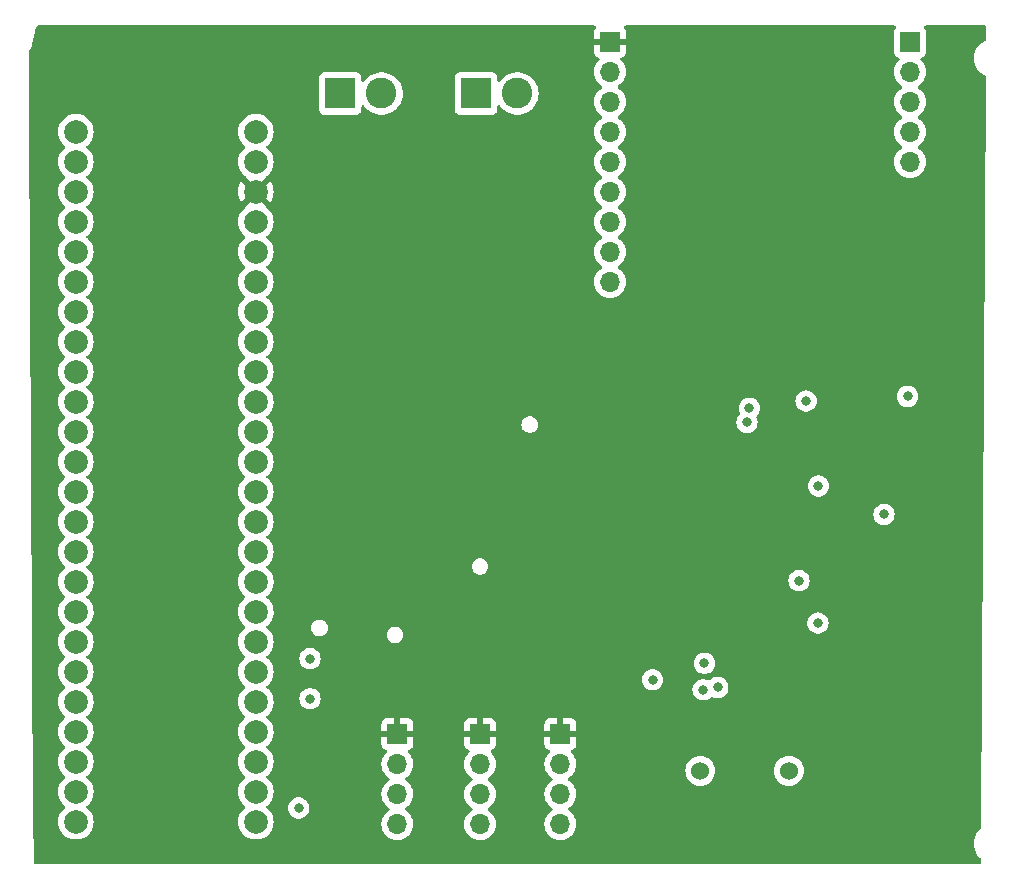
<source format=gbr>
%TF.GenerationSoftware,KiCad,Pcbnew,7.0.7*%
%TF.CreationDate,2024-02-14T21:52:59-05:00*%
%TF.ProjectId,Unified_Board,556e6966-6965-4645-9f42-6f6172642e6b,rev?*%
%TF.SameCoordinates,Original*%
%TF.FileFunction,Copper,L2,Inr*%
%TF.FilePolarity,Positive*%
%FSLAX46Y46*%
G04 Gerber Fmt 4.6, Leading zero omitted, Abs format (unit mm)*
G04 Created by KiCad (PCBNEW 7.0.7) date 2024-02-14 21:52:59*
%MOMM*%
%LPD*%
G01*
G04 APERTURE LIST*
%TA.AperFunction,ComponentPad*%
%ADD10R,1.700000X1.700000*%
%TD*%
%TA.AperFunction,ComponentPad*%
%ADD11O,1.700000X1.700000*%
%TD*%
%TA.AperFunction,ComponentPad*%
%ADD12R,2.600000X2.600000*%
%TD*%
%TA.AperFunction,ComponentPad*%
%ADD13C,2.600000*%
%TD*%
%TA.AperFunction,ComponentPad*%
%ADD14C,1.524000*%
%TD*%
%TA.AperFunction,ComponentPad*%
%ADD15C,2.000000*%
%TD*%
%TA.AperFunction,ViaPad*%
%ADD16C,0.800000*%
%TD*%
G04 APERTURE END LIST*
D10*
%TO.N,/3.3V*%
%TO.C,J3*%
X107600000Y-96000000D03*
D11*
%TO.N,/SCL*%
X107600000Y-98540000D03*
%TO.N,/SDA*%
X107600000Y-101080000D03*
%TO.N,GND*%
X107600000Y-103620000D03*
%TD*%
D12*
%TO.N,Net-(J1-Pin_1)*%
%TO.C,J1*%
X102750000Y-41750000D03*
D13*
%TO.N,Net-(J1-Pin_2)*%
X106250000Y-41750000D03*
%TD*%
D12*
%TO.N,Net-(J1-Pin_2)*%
%TO.C,J7*%
X114250000Y-41750000D03*
D13*
%TO.N,Net-(D6-K)*%
X117750000Y-41750000D03*
%TD*%
D10*
%TO.N,/3.3V*%
%TO.C,J2*%
X114600000Y-96000000D03*
D11*
%TO.N,/Breakout_RX2*%
X114600000Y-98540000D03*
%TO.N,/Breakout_TX2*%
X114600000Y-101080000D03*
%TO.N,GND*%
X114600000Y-103620000D03*
%TD*%
D10*
%TO.N,/3.3V*%
%TO.C,J4*%
X121400000Y-96000000D03*
D11*
%TO.N,/Breakout_RX1*%
X121400000Y-98540000D03*
%TO.N,/Breakout_TX1*%
X121400000Y-101080000D03*
%TO.N,GND*%
X121400000Y-103620000D03*
%TD*%
D10*
%TO.N,unconnected-(J5-Pin_1-Pad1)*%
%TO.C,J5*%
X151000000Y-37380000D03*
D11*
%TO.N,unconnected-(J5-Pin_2-Pad2)*%
X151000000Y-39920000D03*
%TO.N,unconnected-(J5-Pin_3-Pad3)*%
X151000000Y-42460000D03*
%TO.N,unconnected-(J5-Pin_4-Pad4)*%
X151000000Y-45000000D03*
%TO.N,unconnected-(J5-Pin_5-Pad5)*%
X151000000Y-47540000D03*
%TD*%
D10*
%TO.N,/3.3V*%
%TO.C,J6*%
X125600000Y-37380000D03*
D11*
%TO.N,GND*%
X125600000Y-39920000D03*
%TO.N,unconnected-(J6-Pin_3-Pad3)*%
X125600000Y-42460000D03*
%TO.N,/Radio_INT*%
X125600000Y-45000000D03*
%TO.N,/Radio_SCK*%
X125600000Y-47540000D03*
%TO.N,/Radio_MISO*%
X125600000Y-50080000D03*
%TO.N,/Radio_MOSI*%
X125600000Y-52620000D03*
%TO.N,/Radio_CS*%
X125600000Y-55160000D03*
%TO.N,/Radio_RST*%
X125600000Y-57700000D03*
%TD*%
D14*
%TO.N,Net-(BZ1--)*%
%TO.C,BZ1*%
X133250000Y-99100000D03*
%TO.N,GND*%
X140750000Y-99100000D03*
%TD*%
D15*
%TO.N,GND*%
%TO.C,Teensy4.1*%
X80380000Y-44990000D03*
%TO.N,/Breakout_RX1*%
X80380000Y-47530000D03*
%TO.N,/Breakout_TX1*%
X80380000Y-50070000D03*
%TO.N,unconnected-(Teensy4.1-PWM-Pad3)*%
X80380000Y-52610000D03*
%TO.N,unconnected-(Teensy4.1-PWM-Pad4)*%
X80380000Y-55150000D03*
%TO.N,unconnected-(Teensy4.1-PWM-Pad5)*%
X80380000Y-57690000D03*
%TO.N,unconnected-(Teensy4.1-PWM-Pad6)*%
X80380000Y-60230000D03*
%TO.N,unconnected-(Teensy4.1-PWM-Pad7)*%
X80380000Y-62770000D03*
%TO.N,/Breakout_RX2*%
X80380000Y-65310000D03*
%TO.N,/Breakout_TX2*%
X80380000Y-67850000D03*
%TO.N,unconnected-(Teensy4.1-PWM-Pad10)*%
X80380000Y-70390000D03*
%TO.N,/Radio_CS*%
X80380000Y-72930000D03*
%TO.N,/Radio_MOSI*%
X80380000Y-75470000D03*
%TO.N,/Radio_MISO*%
X80380000Y-78010000D03*
%TO.N,unconnected-(Teensy4.1-3.3V-Pad14)*%
X80380000Y-80550000D03*
%TO.N,unconnected-(Teensy4.1-SCL2-Pad15)*%
X80380000Y-83090000D03*
%TO.N,unconnected-(Teensy4.1-SDA2-Pad16)*%
X80380000Y-85630000D03*
%TO.N,unconnected-(Teensy4.1-MOSI1-Pad17)*%
X80380000Y-88170000D03*
%TO.N,unconnected-(Teensy4.1-SCK1-Pad18)*%
X80380000Y-90710000D03*
%TO.N,unconnected-(Teensy4.1-RX7-Pad19)*%
X80380000Y-93250000D03*
%TO.N,unconnected-(Teensy4.1-TX7-Pad20)*%
X80380000Y-95790000D03*
%TO.N,unconnected-(Teensy4.1-GPIO-Pad21)*%
X80380000Y-98330000D03*
%TO.N,/Radio_INT*%
X80380000Y-100870000D03*
%TO.N,/Radio_RST*%
X80380000Y-103410000D03*
%TO.N,Net-(BZ1--)*%
X95620000Y-103410000D03*
%TO.N,unconnected-(Teensy4.1-RX8-Pad25)*%
X95620000Y-100870000D03*
%TO.N,unconnected-(Teensy4.1-TX8-Pad26)*%
X95620000Y-98330000D03*
%TO.N,unconnected-(Teensy4.1-PWM-Pad27)*%
X95620000Y-95790000D03*
%TO.N,/BMP_INT*%
X95620000Y-93250000D03*
%TO.N,unconnected-(Teensy4.1-CS1-Pad29)*%
X95620000Y-90710000D03*
%TO.N,unconnected-(Teensy4.1-MISO-Pad30)*%
X95620000Y-88170000D03*
%TO.N,unconnected-(Teensy4.1-A16-Pad31)*%
X95620000Y-85630000D03*
%TO.N,unconnected-(Teensy4.1-A17-Pad32)*%
X95620000Y-83090000D03*
%TO.N,unconnected-(Teensy4.1-GND-Pad33)*%
X95620000Y-80550000D03*
%TO.N,/Radio_SCK*%
X95620000Y-78010000D03*
%TO.N,unconnected-(Teensy4.1-A0-Pad35)*%
X95620000Y-75470000D03*
%TO.N,unconnected-(Teensy4.1-A1-Pad36)*%
X95620000Y-72930000D03*
%TO.N,unconnected-(Teensy4.1-A2-Pad37)*%
X95620000Y-70390000D03*
%TO.N,unconnected-(Teensy4.1-A3-Pad38)*%
X95620000Y-67850000D03*
%TO.N,/SDA*%
X95620000Y-65310000D03*
%TO.N,/SCL*%
X95620000Y-62770000D03*
%TO.N,unconnected-(Teensy4.1-TX5-Pad41)*%
X95620000Y-60230000D03*
%TO.N,unconnected-(Teensy4.1-RX5-Pad42)*%
X95620000Y-57690000D03*
%TO.N,unconnected-(Teensy4.1-PWM-Pad43)*%
X95620000Y-55150000D03*
%TO.N,unconnected-(Teensy4.1-PWM-Pad44)*%
X95620000Y-52610000D03*
%TO.N,/3.3V*%
X95620000Y-50070000D03*
%TO.N,Net-(D6-K)*%
X95620000Y-47530000D03*
%TO.N,Net-(J1-Pin_1)*%
X95620000Y-44990000D03*
%TD*%
D16*
%TO.N,/3.3V*%
X155200000Y-93600000D03*
%TO.N,GND*%
X143250000Y-75000000D03*
%TO.N,/3.3V*%
X101800000Y-69600000D03*
X146000000Y-78200000D03*
X104600000Y-82800000D03*
X151000000Y-69400000D03*
X155800000Y-66800000D03*
X104600000Y-88400000D03*
%TO.N,/SCL*%
X134723090Y-92046012D03*
X100200000Y-89600000D03*
X137400000Y-68400000D03*
%TO.N,GND*%
X141600000Y-83000000D03*
X142200000Y-67800000D03*
X150800000Y-67400000D03*
X148800000Y-77400000D03*
X129200000Y-91400000D03*
%TO.N,/BACKUP*%
X143200000Y-86600000D03*
X133600000Y-90000000D03*
%TO.N,Net-(BZ1--)*%
X99250000Y-102250000D03*
%TO.N,/SDA*%
X100200000Y-93000000D03*
X133487701Y-92237701D03*
X137200000Y-69600000D03*
%TD*%
%TA.AperFunction,Conductor*%
%TO.N,/3.3V*%
G36*
X124341494Y-36019685D02*
G01*
X124387249Y-36072489D01*
X124397193Y-36141647D01*
X124373721Y-36198311D01*
X124306649Y-36287906D01*
X124306645Y-36287913D01*
X124256403Y-36422620D01*
X124256401Y-36422627D01*
X124250000Y-36482155D01*
X124250000Y-37130000D01*
X124986653Y-37130000D01*
X125053692Y-37149685D01*
X125099447Y-37202489D01*
X125109391Y-37271647D01*
X125105631Y-37288933D01*
X125100000Y-37308111D01*
X125100000Y-37451888D01*
X125105631Y-37471067D01*
X125105630Y-37540936D01*
X125067855Y-37599714D01*
X125004299Y-37628738D01*
X124986653Y-37630000D01*
X124250000Y-37630000D01*
X124250000Y-38277844D01*
X124256401Y-38337372D01*
X124256403Y-38337379D01*
X124306645Y-38472086D01*
X124306649Y-38472093D01*
X124392809Y-38587187D01*
X124392812Y-38587190D01*
X124507906Y-38673350D01*
X124507913Y-38673354D01*
X124639470Y-38722421D01*
X124695403Y-38764292D01*
X124719821Y-38829756D01*
X124704970Y-38898029D01*
X124683819Y-38926284D01*
X124561503Y-39048600D01*
X124425965Y-39242169D01*
X124425964Y-39242171D01*
X124326098Y-39456335D01*
X124326094Y-39456344D01*
X124264938Y-39684586D01*
X124264936Y-39684596D01*
X124244341Y-39919999D01*
X124244341Y-39920000D01*
X124264936Y-40155403D01*
X124264938Y-40155413D01*
X124326094Y-40383655D01*
X124326096Y-40383659D01*
X124326097Y-40383663D01*
X124334708Y-40402129D01*
X124425965Y-40597830D01*
X124425967Y-40597834D01*
X124561501Y-40791395D01*
X124561506Y-40791402D01*
X124728597Y-40958493D01*
X124728603Y-40958498D01*
X124914158Y-41088425D01*
X124957783Y-41143002D01*
X124964977Y-41212500D01*
X124933454Y-41274855D01*
X124914158Y-41291575D01*
X124728597Y-41421505D01*
X124561505Y-41588597D01*
X124425965Y-41782169D01*
X124425964Y-41782171D01*
X124326098Y-41996335D01*
X124326094Y-41996344D01*
X124264938Y-42224586D01*
X124264936Y-42224596D01*
X124244341Y-42459999D01*
X124244341Y-42460000D01*
X124264936Y-42695403D01*
X124264938Y-42695413D01*
X124326094Y-42923655D01*
X124326096Y-42923659D01*
X124326097Y-42923663D01*
X124407331Y-43097870D01*
X124425965Y-43137830D01*
X124425967Y-43137834D01*
X124442633Y-43161635D01*
X124549078Y-43313654D01*
X124561501Y-43331395D01*
X124561506Y-43331402D01*
X124728597Y-43498493D01*
X124728603Y-43498498D01*
X124914158Y-43628425D01*
X124957783Y-43683002D01*
X124964977Y-43752500D01*
X124933454Y-43814855D01*
X124914158Y-43831575D01*
X124728597Y-43961505D01*
X124561505Y-44128597D01*
X124425965Y-44322169D01*
X124425964Y-44322171D01*
X124326098Y-44536335D01*
X124326094Y-44536344D01*
X124264938Y-44764586D01*
X124264936Y-44764596D01*
X124244341Y-44999999D01*
X124244341Y-45000000D01*
X124264936Y-45235403D01*
X124264938Y-45235413D01*
X124326094Y-45463655D01*
X124326096Y-45463659D01*
X124326097Y-45463663D01*
X124425965Y-45677829D01*
X124425965Y-45677830D01*
X124425967Y-45677834D01*
X124561501Y-45871395D01*
X124561506Y-45871402D01*
X124728597Y-46038493D01*
X124728603Y-46038498D01*
X124914158Y-46168425D01*
X124957783Y-46223002D01*
X124964977Y-46292500D01*
X124933454Y-46354855D01*
X124914158Y-46371575D01*
X124728597Y-46501505D01*
X124561505Y-46668597D01*
X124425965Y-46862169D01*
X124425964Y-46862171D01*
X124326098Y-47076335D01*
X124326094Y-47076344D01*
X124264938Y-47304586D01*
X124264936Y-47304596D01*
X124244341Y-47539999D01*
X124244341Y-47540000D01*
X124264936Y-47775403D01*
X124264938Y-47775413D01*
X124326094Y-48003655D01*
X124326096Y-48003659D01*
X124326097Y-48003663D01*
X124425965Y-48217829D01*
X124425965Y-48217830D01*
X124425967Y-48217834D01*
X124561501Y-48411395D01*
X124561506Y-48411402D01*
X124728597Y-48578493D01*
X124728603Y-48578498D01*
X124914158Y-48708425D01*
X124957783Y-48763002D01*
X124964977Y-48832500D01*
X124933454Y-48894855D01*
X124914158Y-48911575D01*
X124728597Y-49041505D01*
X124561505Y-49208597D01*
X124425965Y-49402169D01*
X124425964Y-49402171D01*
X124326098Y-49616335D01*
X124326094Y-49616344D01*
X124264938Y-49844586D01*
X124264936Y-49844596D01*
X124244341Y-50079999D01*
X124244341Y-50080000D01*
X124264936Y-50315403D01*
X124264938Y-50315413D01*
X124326094Y-50543655D01*
X124326096Y-50543659D01*
X124326097Y-50543663D01*
X124394267Y-50689854D01*
X124425965Y-50757830D01*
X124425967Y-50757834D01*
X124561501Y-50951395D01*
X124561506Y-50951402D01*
X124728597Y-51118493D01*
X124728603Y-51118498D01*
X124914158Y-51248425D01*
X124957783Y-51303002D01*
X124964977Y-51372500D01*
X124933454Y-51434855D01*
X124914158Y-51451575D01*
X124728597Y-51581505D01*
X124561505Y-51748597D01*
X124425965Y-51942169D01*
X124425964Y-51942171D01*
X124326098Y-52156335D01*
X124326094Y-52156344D01*
X124264938Y-52384586D01*
X124264936Y-52384596D01*
X124244341Y-52619999D01*
X124244341Y-52620000D01*
X124264936Y-52855403D01*
X124264938Y-52855413D01*
X124326094Y-53083655D01*
X124326096Y-53083659D01*
X124326097Y-53083663D01*
X124425965Y-53297830D01*
X124425967Y-53297834D01*
X124561501Y-53491395D01*
X124561506Y-53491402D01*
X124728597Y-53658493D01*
X124728603Y-53658498D01*
X124914158Y-53788425D01*
X124957783Y-53843002D01*
X124964977Y-53912500D01*
X124933454Y-53974855D01*
X124914158Y-53991575D01*
X124728597Y-54121505D01*
X124561505Y-54288597D01*
X124425965Y-54482169D01*
X124425964Y-54482171D01*
X124326098Y-54696335D01*
X124326094Y-54696344D01*
X124264938Y-54924586D01*
X124264936Y-54924596D01*
X124244341Y-55159999D01*
X124244341Y-55160000D01*
X124264936Y-55395403D01*
X124264938Y-55395413D01*
X124326094Y-55623655D01*
X124326096Y-55623659D01*
X124326097Y-55623663D01*
X124425965Y-55837829D01*
X124425965Y-55837830D01*
X124425967Y-55837834D01*
X124561501Y-56031395D01*
X124561506Y-56031402D01*
X124728597Y-56198493D01*
X124728603Y-56198498D01*
X124914158Y-56328425D01*
X124957783Y-56383002D01*
X124964977Y-56452500D01*
X124933454Y-56514855D01*
X124914158Y-56531575D01*
X124728597Y-56661505D01*
X124561505Y-56828597D01*
X124425965Y-57022169D01*
X124425964Y-57022171D01*
X124326098Y-57236335D01*
X124326094Y-57236344D01*
X124264938Y-57464586D01*
X124264936Y-57464596D01*
X124244341Y-57699999D01*
X124244341Y-57700000D01*
X124264936Y-57935403D01*
X124264938Y-57935413D01*
X124326094Y-58163655D01*
X124326096Y-58163659D01*
X124326097Y-58163663D01*
X124425965Y-58377829D01*
X124425965Y-58377830D01*
X124425967Y-58377834D01*
X124534281Y-58532521D01*
X124561505Y-58571401D01*
X124728599Y-58738495D01*
X124813207Y-58797738D01*
X124922165Y-58874032D01*
X124922167Y-58874033D01*
X124922170Y-58874035D01*
X125136337Y-58973903D01*
X125364592Y-59035063D01*
X125527467Y-59049313D01*
X125599999Y-59055659D01*
X125600000Y-59055659D01*
X125600001Y-59055659D01*
X125672533Y-59049313D01*
X125835408Y-59035063D01*
X126063663Y-58973903D01*
X126277830Y-58874035D01*
X126471401Y-58738495D01*
X126638495Y-58571401D01*
X126774035Y-58377830D01*
X126873903Y-58163663D01*
X126935063Y-57935408D01*
X126955659Y-57700000D01*
X126935063Y-57464592D01*
X126873903Y-57236337D01*
X126774035Y-57022171D01*
X126739881Y-56973393D01*
X126638494Y-56828597D01*
X126471402Y-56661506D01*
X126471396Y-56661501D01*
X126285842Y-56531575D01*
X126242217Y-56476998D01*
X126235023Y-56407500D01*
X126266546Y-56345145D01*
X126285842Y-56328425D01*
X126386793Y-56257738D01*
X126471401Y-56198495D01*
X126638495Y-56031401D01*
X126774035Y-55837830D01*
X126873903Y-55623663D01*
X126935063Y-55395408D01*
X126955659Y-55160000D01*
X126935063Y-54924592D01*
X126873903Y-54696337D01*
X126774035Y-54482171D01*
X126739881Y-54433393D01*
X126638494Y-54288597D01*
X126471402Y-54121506D01*
X126471396Y-54121501D01*
X126285842Y-53991575D01*
X126242217Y-53936998D01*
X126235023Y-53867500D01*
X126266546Y-53805145D01*
X126285842Y-53788425D01*
X126386793Y-53717738D01*
X126471401Y-53658495D01*
X126638495Y-53491401D01*
X126774035Y-53297830D01*
X126873903Y-53083663D01*
X126935063Y-52855408D01*
X126955659Y-52620000D01*
X126935063Y-52384592D01*
X126873903Y-52156337D01*
X126774035Y-51942171D01*
X126739881Y-51893393D01*
X126638494Y-51748597D01*
X126471402Y-51581506D01*
X126471396Y-51581501D01*
X126285842Y-51451575D01*
X126242217Y-51396998D01*
X126235023Y-51327500D01*
X126266546Y-51265145D01*
X126285842Y-51248425D01*
X126386793Y-51177738D01*
X126471401Y-51118495D01*
X126638495Y-50951401D01*
X126774035Y-50757830D01*
X126873903Y-50543663D01*
X126935063Y-50315408D01*
X126955659Y-50080000D01*
X126935063Y-49844592D01*
X126873903Y-49616337D01*
X126774035Y-49402171D01*
X126740047Y-49353630D01*
X126638494Y-49208597D01*
X126471402Y-49041506D01*
X126471396Y-49041501D01*
X126285842Y-48911575D01*
X126242217Y-48856998D01*
X126235023Y-48787500D01*
X126266546Y-48725145D01*
X126285842Y-48708425D01*
X126386793Y-48637738D01*
X126471401Y-48578495D01*
X126638495Y-48411401D01*
X126774035Y-48217830D01*
X126873903Y-48003663D01*
X126935063Y-47775408D01*
X126955659Y-47540000D01*
X126935063Y-47304592D01*
X126873903Y-47076337D01*
X126774035Y-46862171D01*
X126739881Y-46813393D01*
X126638494Y-46668597D01*
X126471402Y-46501506D01*
X126471396Y-46501501D01*
X126285842Y-46371575D01*
X126242217Y-46316998D01*
X126235023Y-46247500D01*
X126266546Y-46185145D01*
X126285842Y-46168425D01*
X126386793Y-46097738D01*
X126471401Y-46038495D01*
X126638495Y-45871401D01*
X126774035Y-45677830D01*
X126873903Y-45463663D01*
X126935063Y-45235408D01*
X126955659Y-45000000D01*
X126935063Y-44764592D01*
X126873903Y-44536337D01*
X126774035Y-44322171D01*
X126739881Y-44273393D01*
X126638494Y-44128597D01*
X126471402Y-43961506D01*
X126471396Y-43961501D01*
X126285842Y-43831575D01*
X126242217Y-43776998D01*
X126235023Y-43707500D01*
X126266546Y-43645145D01*
X126285842Y-43628425D01*
X126397130Y-43550500D01*
X126471401Y-43498495D01*
X126638495Y-43331401D01*
X126774035Y-43137830D01*
X126873903Y-42923663D01*
X126935063Y-42695408D01*
X126955659Y-42460000D01*
X126935063Y-42224592D01*
X126873903Y-41996337D01*
X126774035Y-41782171D01*
X126751506Y-41749995D01*
X126638494Y-41588597D01*
X126471402Y-41421506D01*
X126471396Y-41421501D01*
X126285842Y-41291575D01*
X126242217Y-41236998D01*
X126235023Y-41167500D01*
X126266546Y-41105145D01*
X126285842Y-41088425D01*
X126308026Y-41072891D01*
X126471401Y-40958495D01*
X126638495Y-40791401D01*
X126774035Y-40597830D01*
X126873903Y-40383663D01*
X126935063Y-40155408D01*
X126955659Y-39920000D01*
X126935063Y-39684592D01*
X126873903Y-39456337D01*
X126774035Y-39242171D01*
X126638495Y-39048599D01*
X126516179Y-38926283D01*
X126482696Y-38864963D01*
X126487680Y-38795271D01*
X126529551Y-38739337D01*
X126560529Y-38722422D01*
X126692086Y-38673354D01*
X126692093Y-38673350D01*
X126807187Y-38587190D01*
X126807190Y-38587187D01*
X126893350Y-38472093D01*
X126893354Y-38472086D01*
X126943596Y-38337379D01*
X126943598Y-38337372D01*
X126949999Y-38277844D01*
X126950000Y-38277827D01*
X126950000Y-37630000D01*
X126213347Y-37630000D01*
X126146308Y-37610315D01*
X126100553Y-37557511D01*
X126090609Y-37488353D01*
X126094369Y-37471067D01*
X126100000Y-37451888D01*
X126100000Y-37308111D01*
X126094369Y-37288933D01*
X126094370Y-37219064D01*
X126132145Y-37160286D01*
X126195701Y-37131262D01*
X126213347Y-37130000D01*
X126950000Y-37130000D01*
X126950000Y-36482172D01*
X126949999Y-36482155D01*
X126943598Y-36422627D01*
X126943596Y-36422620D01*
X126893354Y-36287913D01*
X126893350Y-36287906D01*
X126826279Y-36198311D01*
X126801861Y-36132847D01*
X126816712Y-36064574D01*
X126866117Y-36015168D01*
X126925545Y-36000000D01*
X149673831Y-36000000D01*
X149740870Y-36019685D01*
X149786625Y-36072489D01*
X149796569Y-36141647D01*
X149773097Y-36198311D01*
X149706206Y-36287664D01*
X149706202Y-36287671D01*
X149655908Y-36422517D01*
X149649501Y-36482116D01*
X149649501Y-36482123D01*
X149649500Y-36482135D01*
X149649500Y-38277870D01*
X149649501Y-38277876D01*
X149655908Y-38337483D01*
X149706202Y-38472328D01*
X149706206Y-38472335D01*
X149792452Y-38587544D01*
X149792455Y-38587547D01*
X149907664Y-38673793D01*
X149907671Y-38673797D01*
X150039081Y-38722810D01*
X150095015Y-38764681D01*
X150119432Y-38830145D01*
X150104580Y-38898418D01*
X150083430Y-38926673D01*
X149961503Y-39048600D01*
X149825965Y-39242169D01*
X149825964Y-39242171D01*
X149726098Y-39456335D01*
X149726094Y-39456344D01*
X149664938Y-39684586D01*
X149664936Y-39684596D01*
X149644341Y-39919999D01*
X149644341Y-39920000D01*
X149664936Y-40155403D01*
X149664938Y-40155413D01*
X149726094Y-40383655D01*
X149726096Y-40383659D01*
X149726097Y-40383663D01*
X149734708Y-40402129D01*
X149825965Y-40597830D01*
X149825967Y-40597834D01*
X149961501Y-40791395D01*
X149961506Y-40791402D01*
X150128597Y-40958493D01*
X150128603Y-40958498D01*
X150314158Y-41088425D01*
X150357783Y-41143002D01*
X150364977Y-41212500D01*
X150333454Y-41274855D01*
X150314158Y-41291575D01*
X150128597Y-41421505D01*
X149961505Y-41588597D01*
X149825965Y-41782169D01*
X149825964Y-41782171D01*
X149726098Y-41996335D01*
X149726094Y-41996344D01*
X149664938Y-42224586D01*
X149664936Y-42224596D01*
X149644341Y-42459999D01*
X149644341Y-42460000D01*
X149664936Y-42695403D01*
X149664938Y-42695413D01*
X149726094Y-42923655D01*
X149726096Y-42923659D01*
X149726097Y-42923663D01*
X149807331Y-43097870D01*
X149825965Y-43137830D01*
X149825967Y-43137834D01*
X149842633Y-43161635D01*
X149949078Y-43313654D01*
X149961501Y-43331395D01*
X149961506Y-43331402D01*
X150128597Y-43498493D01*
X150128603Y-43498498D01*
X150314158Y-43628425D01*
X150357783Y-43683002D01*
X150364977Y-43752500D01*
X150333454Y-43814855D01*
X150314158Y-43831575D01*
X150128597Y-43961505D01*
X149961505Y-44128597D01*
X149825965Y-44322169D01*
X149825964Y-44322171D01*
X149726098Y-44536335D01*
X149726094Y-44536344D01*
X149664938Y-44764586D01*
X149664936Y-44764596D01*
X149644341Y-44999999D01*
X149644341Y-45000000D01*
X149664936Y-45235403D01*
X149664938Y-45235413D01*
X149726094Y-45463655D01*
X149726096Y-45463659D01*
X149726097Y-45463663D01*
X149825964Y-45677829D01*
X149825965Y-45677830D01*
X149825967Y-45677834D01*
X149961501Y-45871395D01*
X149961506Y-45871402D01*
X150128597Y-46038493D01*
X150128603Y-46038498D01*
X150314158Y-46168425D01*
X150357783Y-46223002D01*
X150364977Y-46292500D01*
X150333454Y-46354855D01*
X150314158Y-46371575D01*
X150128597Y-46501505D01*
X149961505Y-46668597D01*
X149825965Y-46862169D01*
X149825964Y-46862171D01*
X149726098Y-47076335D01*
X149726094Y-47076344D01*
X149664938Y-47304586D01*
X149664936Y-47304596D01*
X149644341Y-47539999D01*
X149644341Y-47540000D01*
X149664936Y-47775403D01*
X149664938Y-47775413D01*
X149726094Y-48003655D01*
X149726096Y-48003659D01*
X149726097Y-48003663D01*
X149825965Y-48217829D01*
X149825965Y-48217830D01*
X149825967Y-48217834D01*
X149934281Y-48372521D01*
X149961505Y-48411401D01*
X150128599Y-48578495D01*
X150213207Y-48637738D01*
X150322165Y-48714032D01*
X150322167Y-48714033D01*
X150322170Y-48714035D01*
X150536337Y-48813903D01*
X150764592Y-48875063D01*
X150927467Y-48889313D01*
X150999999Y-48895659D01*
X151000000Y-48895659D01*
X151000001Y-48895659D01*
X151072533Y-48889313D01*
X151235408Y-48875063D01*
X151463663Y-48813903D01*
X151677830Y-48714035D01*
X151871401Y-48578495D01*
X152038495Y-48411401D01*
X152174035Y-48217830D01*
X152273903Y-48003663D01*
X152335063Y-47775408D01*
X152355659Y-47540000D01*
X152335063Y-47304592D01*
X152273903Y-47076337D01*
X152174035Y-46862171D01*
X152139881Y-46813393D01*
X152038494Y-46668597D01*
X151871402Y-46501506D01*
X151871401Y-46501505D01*
X151685842Y-46371575D01*
X151685841Y-46371574D01*
X151642216Y-46316997D01*
X151635024Y-46247498D01*
X151666546Y-46185144D01*
X151685836Y-46168428D01*
X151871401Y-46038495D01*
X152038495Y-45871401D01*
X152174035Y-45677830D01*
X152273903Y-45463663D01*
X152335063Y-45235408D01*
X152355659Y-45000000D01*
X152335063Y-44764592D01*
X152273903Y-44536337D01*
X152174035Y-44322171D01*
X152139881Y-44273393D01*
X152038494Y-44128597D01*
X151871402Y-43961506D01*
X151871401Y-43961505D01*
X151685842Y-43831575D01*
X151685841Y-43831574D01*
X151642216Y-43776997D01*
X151635024Y-43707498D01*
X151666546Y-43645144D01*
X151685836Y-43628428D01*
X151871401Y-43498495D01*
X152038495Y-43331401D01*
X152174035Y-43137830D01*
X152273903Y-42923663D01*
X152335063Y-42695408D01*
X152355659Y-42460000D01*
X152335063Y-42224592D01*
X152273903Y-41996337D01*
X152174035Y-41782171D01*
X152151506Y-41749995D01*
X152038494Y-41588597D01*
X151871402Y-41421506D01*
X151871401Y-41421505D01*
X151685842Y-41291575D01*
X151685841Y-41291574D01*
X151642216Y-41236997D01*
X151635024Y-41167498D01*
X151666546Y-41105144D01*
X151685836Y-41088428D01*
X151871401Y-40958495D01*
X152038495Y-40791401D01*
X152174035Y-40597830D01*
X152273903Y-40383663D01*
X152335063Y-40155408D01*
X152355659Y-39920000D01*
X152335063Y-39684592D01*
X152273903Y-39456337D01*
X152174035Y-39242171D01*
X152038495Y-39048599D01*
X151916567Y-38926671D01*
X151883084Y-38865351D01*
X151888068Y-38795659D01*
X151929939Y-38739725D01*
X151960915Y-38722810D01*
X152092331Y-38673796D01*
X152207546Y-38587546D01*
X152293796Y-38472331D01*
X152344091Y-38337483D01*
X152350500Y-38277873D01*
X152350499Y-36482128D01*
X152344091Y-36422517D01*
X152293884Y-36287906D01*
X152293797Y-36287671D01*
X152293793Y-36287664D01*
X152226903Y-36198311D01*
X152202485Y-36132847D01*
X152217336Y-36064574D01*
X152266741Y-36015168D01*
X152326169Y-36000000D01*
X157325211Y-36000000D01*
X157392250Y-36019685D01*
X157438005Y-36072489D01*
X157449209Y-36124786D01*
X157442606Y-37166441D01*
X157422496Y-37233354D01*
X157369403Y-37278774D01*
X157366062Y-37280215D01*
X157271140Y-37319534D01*
X157271137Y-37319535D01*
X157056346Y-37451160D01*
X157056343Y-37451161D01*
X156864776Y-37614776D01*
X156701161Y-37806343D01*
X156701160Y-37806346D01*
X156569533Y-38021140D01*
X156473126Y-38253889D01*
X156414317Y-38498848D01*
X156394551Y-38749999D01*
X156394551Y-38750000D01*
X156399492Y-38812787D01*
X156414317Y-39001151D01*
X156473126Y-39246110D01*
X156569533Y-39478859D01*
X156701160Y-39693653D01*
X156701161Y-39693656D01*
X156701164Y-39693659D01*
X156864776Y-39885224D01*
X156987123Y-39989718D01*
X157056343Y-40048838D01*
X157056346Y-40048839D01*
X157271141Y-40180466D01*
X157271143Y-40180467D01*
X157346030Y-40211486D01*
X157400434Y-40255326D01*
X157422499Y-40321620D01*
X157422576Y-40326833D01*
X157019481Y-103926263D01*
X156999371Y-103993176D01*
X156976015Y-104019767D01*
X156864782Y-104114770D01*
X156864776Y-104114776D01*
X156701161Y-104306343D01*
X156701160Y-104306346D01*
X156569533Y-104521140D01*
X156473126Y-104753889D01*
X156414317Y-104998848D01*
X156394551Y-105250000D01*
X156414317Y-105501151D01*
X156473126Y-105746110D01*
X156569533Y-105978859D01*
X156701160Y-106193653D01*
X156701161Y-106193656D01*
X156701164Y-106193659D01*
X156864776Y-106385224D01*
X156954851Y-106462155D01*
X156959315Y-106465968D01*
X156997508Y-106524475D01*
X157002781Y-106561043D01*
X157000781Y-106876785D01*
X156980672Y-106943699D01*
X156927579Y-106989118D01*
X156876783Y-107000000D01*
X76923283Y-107000000D01*
X76856244Y-106980315D01*
X76810489Y-106927511D01*
X76799285Y-106876719D01*
X76795325Y-106193656D01*
X76779188Y-103410005D01*
X78874357Y-103410005D01*
X78894890Y-103657812D01*
X78894892Y-103657824D01*
X78955936Y-103898881D01*
X79055826Y-104126606D01*
X79191833Y-104334782D01*
X79191836Y-104334785D01*
X79360256Y-104517738D01*
X79556491Y-104670474D01*
X79775190Y-104788828D01*
X80010386Y-104869571D01*
X80255665Y-104910500D01*
X80504335Y-104910500D01*
X80749614Y-104869571D01*
X80984810Y-104788828D01*
X81203509Y-104670474D01*
X81399744Y-104517738D01*
X81568164Y-104334785D01*
X81704173Y-104126607D01*
X81804063Y-103898881D01*
X81865108Y-103657821D01*
X81865109Y-103657812D01*
X81885643Y-103410005D01*
X94114357Y-103410005D01*
X94134890Y-103657812D01*
X94134892Y-103657824D01*
X94195936Y-103898881D01*
X94295826Y-104126606D01*
X94431833Y-104334782D01*
X94431836Y-104334785D01*
X94600256Y-104517738D01*
X94796491Y-104670474D01*
X95015190Y-104788828D01*
X95250386Y-104869571D01*
X95495665Y-104910500D01*
X95744335Y-104910500D01*
X95989614Y-104869571D01*
X96224810Y-104788828D01*
X96443509Y-104670474D01*
X96639744Y-104517738D01*
X96808164Y-104334785D01*
X96944173Y-104126607D01*
X97044063Y-103898881D01*
X97105108Y-103657821D01*
X97105109Y-103657812D01*
X97108242Y-103620000D01*
X106244341Y-103620000D01*
X106264936Y-103855403D01*
X106264938Y-103855413D01*
X106326094Y-104083655D01*
X106326096Y-104083659D01*
X106326097Y-104083663D01*
X106425964Y-104297829D01*
X106425965Y-104297830D01*
X106425967Y-104297834D01*
X106451841Y-104334785D01*
X106561505Y-104491401D01*
X106728599Y-104658495D01*
X106825384Y-104726264D01*
X106922165Y-104794032D01*
X106922167Y-104794033D01*
X106922170Y-104794035D01*
X107136337Y-104893903D01*
X107364592Y-104955063D01*
X107552918Y-104971539D01*
X107599999Y-104975659D01*
X107600000Y-104975659D01*
X107600001Y-104975659D01*
X107639234Y-104972226D01*
X107835408Y-104955063D01*
X108063663Y-104893903D01*
X108277830Y-104794035D01*
X108471401Y-104658495D01*
X108638495Y-104491401D01*
X108774035Y-104297830D01*
X108873903Y-104083663D01*
X108935063Y-103855408D01*
X108955659Y-103620000D01*
X113244341Y-103620000D01*
X113264936Y-103855403D01*
X113264938Y-103855413D01*
X113326094Y-104083655D01*
X113326096Y-104083659D01*
X113326097Y-104083663D01*
X113425965Y-104297829D01*
X113425965Y-104297830D01*
X113425967Y-104297834D01*
X113451841Y-104334785D01*
X113561505Y-104491401D01*
X113728599Y-104658495D01*
X113825384Y-104726264D01*
X113922165Y-104794032D01*
X113922167Y-104794033D01*
X113922170Y-104794035D01*
X114136337Y-104893903D01*
X114364592Y-104955063D01*
X114552918Y-104971539D01*
X114599999Y-104975659D01*
X114600000Y-104975659D01*
X114600001Y-104975659D01*
X114639234Y-104972226D01*
X114835408Y-104955063D01*
X115063663Y-104893903D01*
X115277830Y-104794035D01*
X115471401Y-104658495D01*
X115638495Y-104491401D01*
X115774035Y-104297830D01*
X115873903Y-104083663D01*
X115935063Y-103855408D01*
X115955659Y-103620000D01*
X120044341Y-103620000D01*
X120064936Y-103855403D01*
X120064938Y-103855413D01*
X120126094Y-104083655D01*
X120126096Y-104083659D01*
X120126097Y-104083663D01*
X120225964Y-104297829D01*
X120225965Y-104297830D01*
X120225967Y-104297834D01*
X120251841Y-104334785D01*
X120361505Y-104491401D01*
X120528599Y-104658495D01*
X120625384Y-104726264D01*
X120722165Y-104794032D01*
X120722167Y-104794033D01*
X120722170Y-104794035D01*
X120936337Y-104893903D01*
X121164592Y-104955063D01*
X121352918Y-104971539D01*
X121399999Y-104975659D01*
X121400000Y-104975659D01*
X121400001Y-104975659D01*
X121439234Y-104972226D01*
X121635408Y-104955063D01*
X121863663Y-104893903D01*
X122077830Y-104794035D01*
X122271401Y-104658495D01*
X122438495Y-104491401D01*
X122574035Y-104297830D01*
X122673903Y-104083663D01*
X122735063Y-103855408D01*
X122755659Y-103620000D01*
X122735063Y-103384592D01*
X122688626Y-103211285D01*
X122673905Y-103156344D01*
X122673904Y-103156343D01*
X122673903Y-103156337D01*
X122574035Y-102942171D01*
X122559295Y-102921119D01*
X122438494Y-102748597D01*
X122271402Y-102581506D01*
X122271396Y-102581501D01*
X122085842Y-102451575D01*
X122042217Y-102396998D01*
X122035023Y-102327500D01*
X122066546Y-102265145D01*
X122085842Y-102248425D01*
X122181930Y-102181143D01*
X122271401Y-102118495D01*
X122438495Y-101951401D01*
X122574035Y-101757830D01*
X122673903Y-101543663D01*
X122735063Y-101315408D01*
X122755659Y-101080000D01*
X122735063Y-100844592D01*
X122688626Y-100671285D01*
X122673905Y-100616344D01*
X122673904Y-100616343D01*
X122673903Y-100616337D01*
X122574035Y-100402171D01*
X122559295Y-100381119D01*
X122438494Y-100208597D01*
X122271402Y-100041506D01*
X122271401Y-100041505D01*
X122133885Y-99945215D01*
X122085841Y-99911574D01*
X122042216Y-99856997D01*
X122035024Y-99787498D01*
X122066546Y-99725144D01*
X122085836Y-99708428D01*
X122271401Y-99578495D01*
X122438495Y-99411401D01*
X122574035Y-99217830D01*
X122628979Y-99100002D01*
X131982677Y-99100002D01*
X132001929Y-99320062D01*
X132001930Y-99320070D01*
X132059104Y-99533445D01*
X132059105Y-99533447D01*
X132059106Y-99533450D01*
X132090139Y-99600000D01*
X132152466Y-99733662D01*
X132152468Y-99733666D01*
X132279170Y-99914615D01*
X132279175Y-99914621D01*
X132435378Y-100070824D01*
X132435384Y-100070829D01*
X132616333Y-100197531D01*
X132616335Y-100197532D01*
X132616338Y-100197534D01*
X132816550Y-100290894D01*
X133029932Y-100348070D01*
X133187123Y-100361822D01*
X133249998Y-100367323D01*
X133250000Y-100367323D01*
X133250002Y-100367323D01*
X133305017Y-100362509D01*
X133470068Y-100348070D01*
X133683450Y-100290894D01*
X133883662Y-100197534D01*
X134064620Y-100070826D01*
X134220826Y-99914620D01*
X134347534Y-99733662D01*
X134440894Y-99533450D01*
X134498070Y-99320068D01*
X134517323Y-99100002D01*
X139482677Y-99100002D01*
X139501929Y-99320062D01*
X139501930Y-99320070D01*
X139559104Y-99533445D01*
X139559105Y-99533447D01*
X139559106Y-99533450D01*
X139590139Y-99600000D01*
X139652466Y-99733662D01*
X139652468Y-99733666D01*
X139779170Y-99914615D01*
X139779175Y-99914621D01*
X139935378Y-100070824D01*
X139935384Y-100070829D01*
X140116333Y-100197531D01*
X140116335Y-100197532D01*
X140116338Y-100197534D01*
X140316550Y-100290894D01*
X140529932Y-100348070D01*
X140687123Y-100361822D01*
X140749998Y-100367323D01*
X140750000Y-100367323D01*
X140750002Y-100367323D01*
X140805016Y-100362509D01*
X140970068Y-100348070D01*
X141183450Y-100290894D01*
X141383662Y-100197534D01*
X141564620Y-100070826D01*
X141720826Y-99914620D01*
X141847534Y-99733662D01*
X141940894Y-99533450D01*
X141998070Y-99320068D01*
X142017323Y-99100000D01*
X141998070Y-98879932D01*
X141940894Y-98666550D01*
X141847534Y-98466339D01*
X141734281Y-98304596D01*
X141720827Y-98285381D01*
X141720823Y-98285377D01*
X141564620Y-98129174D01*
X141564616Y-98129171D01*
X141564615Y-98129170D01*
X141383666Y-98002468D01*
X141383662Y-98002466D01*
X141383660Y-98002465D01*
X141183450Y-97909106D01*
X141183447Y-97909105D01*
X141183445Y-97909104D01*
X140970070Y-97851930D01*
X140970062Y-97851929D01*
X140750002Y-97832677D01*
X140749998Y-97832677D01*
X140529937Y-97851929D01*
X140529929Y-97851930D01*
X140316554Y-97909104D01*
X140316548Y-97909107D01*
X140116340Y-98002465D01*
X140116338Y-98002466D01*
X139935377Y-98129175D01*
X139779175Y-98285377D01*
X139652466Y-98466338D01*
X139652465Y-98466340D01*
X139559107Y-98666548D01*
X139559104Y-98666554D01*
X139501930Y-98879929D01*
X139501929Y-98879937D01*
X139482677Y-99099997D01*
X139482677Y-99100002D01*
X134517323Y-99100002D01*
X134517323Y-99100000D01*
X134498070Y-98879932D01*
X134440894Y-98666550D01*
X134347534Y-98466339D01*
X134234281Y-98304596D01*
X134220827Y-98285381D01*
X134220823Y-98285377D01*
X134064620Y-98129174D01*
X134064616Y-98129171D01*
X134064615Y-98129170D01*
X133883666Y-98002468D01*
X133883662Y-98002466D01*
X133883660Y-98002465D01*
X133683450Y-97909106D01*
X133683447Y-97909105D01*
X133683445Y-97909104D01*
X133470070Y-97851930D01*
X133470062Y-97851929D01*
X133250002Y-97832677D01*
X133249998Y-97832677D01*
X133029937Y-97851929D01*
X133029929Y-97851930D01*
X132816554Y-97909104D01*
X132816548Y-97909107D01*
X132616340Y-98002465D01*
X132616338Y-98002466D01*
X132435377Y-98129175D01*
X132279175Y-98285377D01*
X132152466Y-98466338D01*
X132152465Y-98466340D01*
X132059107Y-98666548D01*
X132059104Y-98666554D01*
X132001930Y-98879929D01*
X132001929Y-98879937D01*
X131982677Y-99099997D01*
X131982677Y-99100002D01*
X122628979Y-99100002D01*
X122673903Y-99003663D01*
X122735063Y-98775408D01*
X122755659Y-98540000D01*
X122735063Y-98304592D01*
X122688059Y-98129170D01*
X122673905Y-98076344D01*
X122673904Y-98076343D01*
X122673903Y-98076337D01*
X122574035Y-97862171D01*
X122566864Y-97851930D01*
X122438496Y-97668600D01*
X122383289Y-97613393D01*
X122316179Y-97546283D01*
X122282696Y-97484963D01*
X122287680Y-97415271D01*
X122329551Y-97359337D01*
X122360529Y-97342422D01*
X122492086Y-97293354D01*
X122492093Y-97293350D01*
X122607187Y-97207190D01*
X122607190Y-97207187D01*
X122693350Y-97092093D01*
X122693354Y-97092086D01*
X122743596Y-96957379D01*
X122743598Y-96957372D01*
X122749999Y-96897844D01*
X122750000Y-96897827D01*
X122750000Y-96250000D01*
X122013347Y-96250000D01*
X121946308Y-96230315D01*
X121900553Y-96177511D01*
X121890609Y-96108353D01*
X121894369Y-96091067D01*
X121900000Y-96071888D01*
X121900000Y-95928111D01*
X121894369Y-95908933D01*
X121894370Y-95839064D01*
X121932145Y-95780286D01*
X121995701Y-95751262D01*
X122013347Y-95750000D01*
X122750000Y-95750000D01*
X122750000Y-95102172D01*
X122749999Y-95102155D01*
X122743598Y-95042627D01*
X122743596Y-95042620D01*
X122693354Y-94907913D01*
X122693350Y-94907906D01*
X122607190Y-94792812D01*
X122607187Y-94792809D01*
X122492093Y-94706649D01*
X122492086Y-94706645D01*
X122357379Y-94656403D01*
X122357372Y-94656401D01*
X122297844Y-94650000D01*
X121650000Y-94650000D01*
X121649999Y-95387698D01*
X121630314Y-95454738D01*
X121577510Y-95500492D01*
X121508353Y-95510436D01*
X121435764Y-95500000D01*
X121435763Y-95500000D01*
X121364237Y-95500000D01*
X121364233Y-95500000D01*
X121291645Y-95510436D01*
X121222487Y-95500492D01*
X121169684Y-95454736D01*
X121150000Y-95387698D01*
X121150000Y-94650000D01*
X120502155Y-94650000D01*
X120442627Y-94656401D01*
X120442620Y-94656403D01*
X120307913Y-94706645D01*
X120307906Y-94706649D01*
X120192812Y-94792809D01*
X120192809Y-94792812D01*
X120106649Y-94907906D01*
X120106645Y-94907913D01*
X120056403Y-95042620D01*
X120056401Y-95042627D01*
X120050000Y-95102155D01*
X120050000Y-95750000D01*
X120786653Y-95750000D01*
X120853692Y-95769685D01*
X120899447Y-95822489D01*
X120909391Y-95891647D01*
X120905631Y-95908933D01*
X120900000Y-95928111D01*
X120900000Y-96071888D01*
X120905631Y-96091067D01*
X120905630Y-96160936D01*
X120867855Y-96219714D01*
X120804299Y-96248738D01*
X120786653Y-96250000D01*
X120050000Y-96250000D01*
X120050000Y-96897844D01*
X120056401Y-96957372D01*
X120056403Y-96957379D01*
X120106645Y-97092086D01*
X120106649Y-97092093D01*
X120192809Y-97207187D01*
X120192812Y-97207190D01*
X120307906Y-97293350D01*
X120307913Y-97293354D01*
X120439470Y-97342421D01*
X120495403Y-97384292D01*
X120519821Y-97449756D01*
X120504970Y-97518029D01*
X120483819Y-97546284D01*
X120361503Y-97668600D01*
X120225965Y-97862169D01*
X120225964Y-97862171D01*
X120126098Y-98076335D01*
X120126094Y-98076344D01*
X120064938Y-98304586D01*
X120064936Y-98304596D01*
X120044341Y-98539999D01*
X120044341Y-98540000D01*
X120064936Y-98775403D01*
X120064938Y-98775413D01*
X120126094Y-99003655D01*
X120126096Y-99003659D01*
X120126097Y-99003663D01*
X120171020Y-99100000D01*
X120225965Y-99217830D01*
X120225967Y-99217834D01*
X120361501Y-99411395D01*
X120361506Y-99411402D01*
X120528597Y-99578493D01*
X120528603Y-99578498D01*
X120714158Y-99708425D01*
X120757783Y-99763002D01*
X120764977Y-99832500D01*
X120733454Y-99894855D01*
X120714158Y-99911575D01*
X120528597Y-100041505D01*
X120361505Y-100208597D01*
X120225965Y-100402169D01*
X120225964Y-100402171D01*
X120126098Y-100616335D01*
X120126094Y-100616344D01*
X120064938Y-100844586D01*
X120064936Y-100844596D01*
X120044341Y-101079999D01*
X120044341Y-101080000D01*
X120064936Y-101315403D01*
X120064938Y-101315413D01*
X120126094Y-101543655D01*
X120126096Y-101543659D01*
X120126097Y-101543663D01*
X120207291Y-101717784D01*
X120225965Y-101757830D01*
X120225967Y-101757834D01*
X120361501Y-101951395D01*
X120361506Y-101951402D01*
X120528597Y-102118493D01*
X120528603Y-102118498D01*
X120714158Y-102248425D01*
X120757783Y-102303002D01*
X120764977Y-102372500D01*
X120733454Y-102434855D01*
X120714158Y-102451575D01*
X120528597Y-102581505D01*
X120361505Y-102748597D01*
X120225965Y-102942169D01*
X120225964Y-102942171D01*
X120126098Y-103156335D01*
X120126094Y-103156344D01*
X120064938Y-103384586D01*
X120064936Y-103384596D01*
X120044341Y-103619999D01*
X120044341Y-103620000D01*
X115955659Y-103620000D01*
X115935063Y-103384592D01*
X115888626Y-103211285D01*
X115873905Y-103156344D01*
X115873904Y-103156343D01*
X115873903Y-103156337D01*
X115774035Y-102942171D01*
X115759295Y-102921119D01*
X115638494Y-102748597D01*
X115471402Y-102581506D01*
X115471401Y-102581505D01*
X115285842Y-102451575D01*
X115285841Y-102451574D01*
X115242216Y-102396997D01*
X115235024Y-102327498D01*
X115266546Y-102265144D01*
X115285836Y-102248428D01*
X115471401Y-102118495D01*
X115638495Y-101951401D01*
X115774035Y-101757830D01*
X115873903Y-101543663D01*
X115935063Y-101315408D01*
X115955659Y-101080000D01*
X115935063Y-100844592D01*
X115888626Y-100671285D01*
X115873905Y-100616344D01*
X115873904Y-100616343D01*
X115873903Y-100616337D01*
X115774035Y-100402171D01*
X115759295Y-100381119D01*
X115638494Y-100208597D01*
X115471402Y-100041506D01*
X115471396Y-100041501D01*
X115285842Y-99911575D01*
X115242217Y-99856998D01*
X115235023Y-99787500D01*
X115266546Y-99725145D01*
X115285842Y-99708425D01*
X115381933Y-99641141D01*
X115471401Y-99578495D01*
X115638495Y-99411401D01*
X115774035Y-99217830D01*
X115873903Y-99003663D01*
X115935063Y-98775408D01*
X115955659Y-98540000D01*
X115935063Y-98304592D01*
X115888059Y-98129170D01*
X115873905Y-98076344D01*
X115873904Y-98076343D01*
X115873903Y-98076337D01*
X115774035Y-97862171D01*
X115766864Y-97851930D01*
X115638496Y-97668600D01*
X115583289Y-97613393D01*
X115516179Y-97546283D01*
X115482696Y-97484963D01*
X115487680Y-97415271D01*
X115529551Y-97359337D01*
X115560529Y-97342422D01*
X115692086Y-97293354D01*
X115692093Y-97293350D01*
X115807187Y-97207190D01*
X115807190Y-97207187D01*
X115893350Y-97092093D01*
X115893354Y-97092086D01*
X115943596Y-96957379D01*
X115943598Y-96957372D01*
X115949999Y-96897844D01*
X115950000Y-96897827D01*
X115950000Y-96250000D01*
X115213347Y-96250000D01*
X115146308Y-96230315D01*
X115100553Y-96177511D01*
X115090609Y-96108353D01*
X115094369Y-96091067D01*
X115100000Y-96071888D01*
X115100000Y-95928111D01*
X115094369Y-95908933D01*
X115094370Y-95839064D01*
X115132145Y-95780286D01*
X115195701Y-95751262D01*
X115213347Y-95750000D01*
X115950000Y-95750000D01*
X115950000Y-95102172D01*
X115949999Y-95102155D01*
X115943598Y-95042627D01*
X115943596Y-95042620D01*
X115893354Y-94907913D01*
X115893350Y-94907906D01*
X115807190Y-94792812D01*
X115807187Y-94792809D01*
X115692093Y-94706649D01*
X115692086Y-94706645D01*
X115557379Y-94656403D01*
X115557372Y-94656401D01*
X115497844Y-94650000D01*
X114850000Y-94650000D01*
X114850000Y-95387698D01*
X114830315Y-95454737D01*
X114777511Y-95500492D01*
X114708355Y-95510436D01*
X114635766Y-95500000D01*
X114635763Y-95500000D01*
X114564237Y-95500000D01*
X114564233Y-95500000D01*
X114491645Y-95510436D01*
X114422487Y-95500492D01*
X114369684Y-95454736D01*
X114350000Y-95387698D01*
X114350000Y-94650000D01*
X113702155Y-94650000D01*
X113642627Y-94656401D01*
X113642620Y-94656403D01*
X113507913Y-94706645D01*
X113507906Y-94706649D01*
X113392812Y-94792809D01*
X113392809Y-94792812D01*
X113306649Y-94907906D01*
X113306645Y-94907913D01*
X113256403Y-95042620D01*
X113256401Y-95042627D01*
X113250000Y-95102155D01*
X113250000Y-95750000D01*
X113986653Y-95750000D01*
X114053692Y-95769685D01*
X114099447Y-95822489D01*
X114109391Y-95891647D01*
X114105631Y-95908933D01*
X114100000Y-95928111D01*
X114100000Y-96071888D01*
X114105631Y-96091067D01*
X114105630Y-96160936D01*
X114067855Y-96219714D01*
X114004299Y-96248738D01*
X113986653Y-96250000D01*
X113250000Y-96250000D01*
X113250000Y-96897844D01*
X113256401Y-96957372D01*
X113256403Y-96957379D01*
X113306645Y-97092086D01*
X113306649Y-97092093D01*
X113392809Y-97207187D01*
X113392812Y-97207190D01*
X113507906Y-97293350D01*
X113507913Y-97293354D01*
X113639470Y-97342421D01*
X113695403Y-97384292D01*
X113719821Y-97449756D01*
X113704970Y-97518029D01*
X113683819Y-97546284D01*
X113561503Y-97668600D01*
X113425965Y-97862169D01*
X113425964Y-97862171D01*
X113326098Y-98076335D01*
X113326094Y-98076344D01*
X113264938Y-98304586D01*
X113264936Y-98304596D01*
X113244341Y-98539999D01*
X113244341Y-98540000D01*
X113264936Y-98775403D01*
X113264938Y-98775413D01*
X113326094Y-99003655D01*
X113326096Y-99003659D01*
X113326097Y-99003663D01*
X113371020Y-99100000D01*
X113425965Y-99217830D01*
X113425967Y-99217834D01*
X113561501Y-99411395D01*
X113561506Y-99411402D01*
X113728597Y-99578493D01*
X113728603Y-99578498D01*
X113914158Y-99708425D01*
X113957783Y-99763002D01*
X113964977Y-99832500D01*
X113933454Y-99894855D01*
X113914158Y-99911575D01*
X113728597Y-100041505D01*
X113561505Y-100208597D01*
X113425965Y-100402169D01*
X113425964Y-100402171D01*
X113326098Y-100616335D01*
X113326094Y-100616344D01*
X113264938Y-100844586D01*
X113264936Y-100844596D01*
X113244341Y-101079999D01*
X113244341Y-101080000D01*
X113264936Y-101315403D01*
X113264938Y-101315413D01*
X113326094Y-101543655D01*
X113326096Y-101543659D01*
X113326097Y-101543663D01*
X113407291Y-101717784D01*
X113425965Y-101757830D01*
X113425967Y-101757834D01*
X113561501Y-101951395D01*
X113561506Y-101951402D01*
X113728597Y-102118493D01*
X113728603Y-102118498D01*
X113914158Y-102248425D01*
X113957783Y-102303002D01*
X113964977Y-102372500D01*
X113933454Y-102434855D01*
X113914158Y-102451575D01*
X113728597Y-102581505D01*
X113561505Y-102748597D01*
X113425965Y-102942169D01*
X113425964Y-102942171D01*
X113326098Y-103156335D01*
X113326094Y-103156344D01*
X113264938Y-103384586D01*
X113264936Y-103384596D01*
X113244341Y-103619999D01*
X113244341Y-103620000D01*
X108955659Y-103620000D01*
X108935063Y-103384592D01*
X108888626Y-103211285D01*
X108873905Y-103156344D01*
X108873904Y-103156343D01*
X108873903Y-103156337D01*
X108774035Y-102942171D01*
X108759295Y-102921119D01*
X108638494Y-102748597D01*
X108471402Y-102581506D01*
X108471401Y-102581505D01*
X108285842Y-102451575D01*
X108285841Y-102451574D01*
X108242216Y-102396997D01*
X108235024Y-102327498D01*
X108266546Y-102265144D01*
X108285836Y-102248428D01*
X108471401Y-102118495D01*
X108638495Y-101951401D01*
X108774035Y-101757830D01*
X108873903Y-101543663D01*
X108935063Y-101315408D01*
X108955659Y-101080000D01*
X108935063Y-100844592D01*
X108888626Y-100671285D01*
X108873905Y-100616344D01*
X108873904Y-100616343D01*
X108873903Y-100616337D01*
X108774035Y-100402171D01*
X108759295Y-100381119D01*
X108638494Y-100208597D01*
X108471402Y-100041506D01*
X108471396Y-100041501D01*
X108285842Y-99911575D01*
X108242217Y-99856998D01*
X108235023Y-99787500D01*
X108266546Y-99725145D01*
X108285842Y-99708425D01*
X108381933Y-99641141D01*
X108471401Y-99578495D01*
X108638495Y-99411401D01*
X108774035Y-99217830D01*
X108873903Y-99003663D01*
X108935063Y-98775408D01*
X108955659Y-98540000D01*
X108935063Y-98304592D01*
X108888059Y-98129170D01*
X108873905Y-98076344D01*
X108873904Y-98076343D01*
X108873903Y-98076337D01*
X108774035Y-97862171D01*
X108766864Y-97851930D01*
X108638496Y-97668600D01*
X108583289Y-97613393D01*
X108516179Y-97546283D01*
X108482696Y-97484963D01*
X108487680Y-97415271D01*
X108529551Y-97359337D01*
X108560529Y-97342422D01*
X108692086Y-97293354D01*
X108692093Y-97293350D01*
X108807187Y-97207190D01*
X108807190Y-97207187D01*
X108893350Y-97092093D01*
X108893354Y-97092086D01*
X108943596Y-96957379D01*
X108943598Y-96957372D01*
X108949999Y-96897844D01*
X108950000Y-96897827D01*
X108950000Y-96250000D01*
X108213347Y-96250000D01*
X108146308Y-96230315D01*
X108100553Y-96177511D01*
X108090609Y-96108353D01*
X108094369Y-96091067D01*
X108100000Y-96071888D01*
X108100000Y-95928111D01*
X108094369Y-95908933D01*
X108094370Y-95839064D01*
X108132145Y-95780286D01*
X108195701Y-95751262D01*
X108213347Y-95750000D01*
X108949999Y-95750000D01*
X108950000Y-95102172D01*
X108949999Y-95102155D01*
X108943598Y-95042627D01*
X108943596Y-95042620D01*
X108893354Y-94907913D01*
X108893350Y-94907906D01*
X108807190Y-94792812D01*
X108807187Y-94792809D01*
X108692093Y-94706649D01*
X108692086Y-94706645D01*
X108557379Y-94656403D01*
X108557372Y-94656401D01*
X108497844Y-94650000D01*
X107850000Y-94650000D01*
X107850000Y-95387698D01*
X107830315Y-95454737D01*
X107777511Y-95500492D01*
X107708355Y-95510436D01*
X107635766Y-95500000D01*
X107635763Y-95500000D01*
X107564237Y-95500000D01*
X107564233Y-95500000D01*
X107491645Y-95510436D01*
X107422487Y-95500492D01*
X107369684Y-95454736D01*
X107350000Y-95387698D01*
X107350000Y-94650000D01*
X106702155Y-94650000D01*
X106642627Y-94656401D01*
X106642620Y-94656403D01*
X106507913Y-94706645D01*
X106507906Y-94706649D01*
X106392812Y-94792809D01*
X106392809Y-94792812D01*
X106306649Y-94907906D01*
X106306645Y-94907913D01*
X106256403Y-95042620D01*
X106256401Y-95042627D01*
X106250000Y-95102155D01*
X106250000Y-95750000D01*
X106986653Y-95750000D01*
X107053692Y-95769685D01*
X107099447Y-95822489D01*
X107109391Y-95891647D01*
X107105631Y-95908933D01*
X107100000Y-95928111D01*
X107100000Y-96071888D01*
X107105631Y-96091067D01*
X107105630Y-96160936D01*
X107067855Y-96219714D01*
X107004299Y-96248738D01*
X106986653Y-96250000D01*
X106250000Y-96250000D01*
X106250000Y-96897844D01*
X106256401Y-96957372D01*
X106256403Y-96957379D01*
X106306645Y-97092086D01*
X106306649Y-97092093D01*
X106392809Y-97207187D01*
X106392812Y-97207190D01*
X106507906Y-97293350D01*
X106507913Y-97293354D01*
X106639470Y-97342421D01*
X106695403Y-97384292D01*
X106719821Y-97449756D01*
X106704970Y-97518029D01*
X106683819Y-97546284D01*
X106561503Y-97668600D01*
X106425965Y-97862169D01*
X106425964Y-97862171D01*
X106326098Y-98076335D01*
X106326094Y-98076344D01*
X106264938Y-98304586D01*
X106264936Y-98304596D01*
X106244341Y-98539999D01*
X106244341Y-98540000D01*
X106264936Y-98775403D01*
X106264938Y-98775413D01*
X106326094Y-99003655D01*
X106326096Y-99003659D01*
X106326097Y-99003663D01*
X106371020Y-99100000D01*
X106425965Y-99217830D01*
X106425967Y-99217834D01*
X106561501Y-99411395D01*
X106561506Y-99411402D01*
X106728597Y-99578493D01*
X106728603Y-99578498D01*
X106914158Y-99708425D01*
X106957783Y-99763002D01*
X106964977Y-99832500D01*
X106933454Y-99894855D01*
X106914158Y-99911575D01*
X106728597Y-100041505D01*
X106561505Y-100208597D01*
X106425965Y-100402169D01*
X106425964Y-100402171D01*
X106326098Y-100616335D01*
X106326094Y-100616344D01*
X106264938Y-100844586D01*
X106264936Y-100844596D01*
X106244341Y-101079999D01*
X106244341Y-101080000D01*
X106264936Y-101315403D01*
X106264938Y-101315413D01*
X106326094Y-101543655D01*
X106326096Y-101543659D01*
X106326097Y-101543663D01*
X106407291Y-101717784D01*
X106425965Y-101757830D01*
X106425967Y-101757834D01*
X106561501Y-101951395D01*
X106561506Y-101951402D01*
X106728597Y-102118493D01*
X106728603Y-102118498D01*
X106914158Y-102248425D01*
X106957783Y-102303002D01*
X106964977Y-102372500D01*
X106933454Y-102434855D01*
X106914158Y-102451575D01*
X106728597Y-102581505D01*
X106561505Y-102748597D01*
X106425965Y-102942169D01*
X106425964Y-102942171D01*
X106326098Y-103156335D01*
X106326094Y-103156344D01*
X106264938Y-103384586D01*
X106264936Y-103384596D01*
X106244341Y-103619999D01*
X106244341Y-103620000D01*
X97108242Y-103620000D01*
X97125643Y-103410005D01*
X97125643Y-103409994D01*
X97105109Y-103162187D01*
X97105107Y-103162175D01*
X97044063Y-102921118D01*
X96944173Y-102693393D01*
X96808166Y-102485217D01*
X96761804Y-102434855D01*
X96639744Y-102302262D01*
X96572599Y-102250000D01*
X98344540Y-102250000D01*
X98364326Y-102438256D01*
X98364327Y-102438259D01*
X98422818Y-102618277D01*
X98422821Y-102618284D01*
X98517467Y-102782216D01*
X98642535Y-102921118D01*
X98644129Y-102922888D01*
X98797265Y-103034148D01*
X98797270Y-103034151D01*
X98970192Y-103111142D01*
X98970197Y-103111144D01*
X99155354Y-103150500D01*
X99155355Y-103150500D01*
X99344644Y-103150500D01*
X99344646Y-103150500D01*
X99529803Y-103111144D01*
X99702730Y-103034151D01*
X99855871Y-102922888D01*
X99982533Y-102782216D01*
X100077179Y-102618284D01*
X100135674Y-102438256D01*
X100155460Y-102250000D01*
X100135674Y-102061744D01*
X100077179Y-101881716D01*
X99982533Y-101717784D01*
X99855871Y-101577112D01*
X99809834Y-101543664D01*
X99702734Y-101465851D01*
X99702729Y-101465848D01*
X99529807Y-101388857D01*
X99529802Y-101388855D01*
X99384001Y-101357865D01*
X99344646Y-101349500D01*
X99155354Y-101349500D01*
X99122897Y-101356398D01*
X98970197Y-101388855D01*
X98970192Y-101388857D01*
X98797270Y-101465848D01*
X98797265Y-101465851D01*
X98644129Y-101577111D01*
X98517466Y-101717785D01*
X98422821Y-101881715D01*
X98422818Y-101881722D01*
X98364327Y-102061740D01*
X98364326Y-102061744D01*
X98344540Y-102250000D01*
X96572599Y-102250000D01*
X96556991Y-102237852D01*
X96516179Y-102181143D01*
X96512504Y-102111370D01*
X96547136Y-102050687D01*
X96556985Y-102042151D01*
X96639744Y-101977738D01*
X96808164Y-101794785D01*
X96944173Y-101586607D01*
X97044063Y-101358881D01*
X97105108Y-101117821D01*
X97125643Y-100870000D01*
X97123537Y-100844586D01*
X97105109Y-100622187D01*
X97105107Y-100622175D01*
X97044063Y-100381118D01*
X96944173Y-100153393D01*
X96808166Y-99945217D01*
X96761804Y-99894855D01*
X96639744Y-99762262D01*
X96556991Y-99697852D01*
X96516179Y-99641143D01*
X96512504Y-99571370D01*
X96547136Y-99510687D01*
X96556985Y-99502151D01*
X96639744Y-99437738D01*
X96808164Y-99254785D01*
X96944173Y-99046607D01*
X97044063Y-98818881D01*
X97105108Y-98577821D01*
X97125643Y-98330000D01*
X97123537Y-98304586D01*
X97105109Y-98082187D01*
X97105107Y-98082175D01*
X97044063Y-97841118D01*
X96944173Y-97613393D01*
X96808166Y-97405217D01*
X96750358Y-97342421D01*
X96639744Y-97222262D01*
X96556991Y-97157852D01*
X96516179Y-97101143D01*
X96512504Y-97031370D01*
X96547136Y-96970687D01*
X96556985Y-96962151D01*
X96639744Y-96897738D01*
X96808164Y-96714785D01*
X96944173Y-96506607D01*
X97044063Y-96278881D01*
X97105108Y-96037821D01*
X97115788Y-95908933D01*
X97125643Y-95790005D01*
X97125643Y-95789994D01*
X97105109Y-95542187D01*
X97105107Y-95542175D01*
X97044063Y-95301118D01*
X96944173Y-95073393D01*
X96808166Y-94865217D01*
X96741512Y-94792812D01*
X96639744Y-94682262D01*
X96556991Y-94617852D01*
X96516179Y-94561143D01*
X96512504Y-94491370D01*
X96547136Y-94430687D01*
X96556985Y-94422151D01*
X96639744Y-94357738D01*
X96808164Y-94174785D01*
X96944173Y-93966607D01*
X97044063Y-93738881D01*
X97105108Y-93497821D01*
X97115842Y-93368284D01*
X97125643Y-93250005D01*
X97125643Y-93249994D01*
X97105109Y-93002187D01*
X97105107Y-93002175D01*
X97104556Y-93000000D01*
X99294540Y-93000000D01*
X99314326Y-93188256D01*
X99314327Y-93188259D01*
X99372818Y-93368277D01*
X99372821Y-93368284D01*
X99467467Y-93532216D01*
X99594129Y-93672887D01*
X99594129Y-93672888D01*
X99747265Y-93784148D01*
X99747270Y-93784151D01*
X99920192Y-93861142D01*
X99920197Y-93861144D01*
X100105354Y-93900500D01*
X100105355Y-93900500D01*
X100294644Y-93900500D01*
X100294646Y-93900500D01*
X100479803Y-93861144D01*
X100652730Y-93784151D01*
X100805871Y-93672888D01*
X100932533Y-93532216D01*
X101027179Y-93368284D01*
X101085674Y-93188256D01*
X101105460Y-93000000D01*
X101085674Y-92811744D01*
X101027179Y-92631716D01*
X100932533Y-92467784D01*
X100805871Y-92327112D01*
X100769243Y-92300500D01*
X100652734Y-92215851D01*
X100652729Y-92215848D01*
X100479807Y-92138857D01*
X100479802Y-92138855D01*
X100334001Y-92107865D01*
X100294646Y-92099500D01*
X100105354Y-92099500D01*
X100072897Y-92106398D01*
X99920197Y-92138855D01*
X99920192Y-92138857D01*
X99747270Y-92215848D01*
X99747265Y-92215851D01*
X99594129Y-92327111D01*
X99467466Y-92467785D01*
X99372821Y-92631715D01*
X99372818Y-92631722D01*
X99330775Y-92761118D01*
X99314326Y-92811744D01*
X99294540Y-93000000D01*
X97104556Y-93000000D01*
X97044063Y-92761118D01*
X96944173Y-92533393D01*
X96808166Y-92325217D01*
X96785412Y-92300500D01*
X96639744Y-92142262D01*
X96556991Y-92077852D01*
X96516179Y-92021143D01*
X96512504Y-91951370D01*
X96547136Y-91890687D01*
X96556985Y-91882151D01*
X96639744Y-91817738D01*
X96808164Y-91634785D01*
X96944173Y-91426607D01*
X96955844Y-91400000D01*
X128294540Y-91400000D01*
X128314326Y-91588256D01*
X128314327Y-91588259D01*
X128372818Y-91768277D01*
X128372821Y-91768284D01*
X128467467Y-91932216D01*
X128569930Y-92046012D01*
X128594129Y-92072888D01*
X128747265Y-92184148D01*
X128747270Y-92184151D01*
X128920192Y-92261142D01*
X128920197Y-92261144D01*
X129105354Y-92300500D01*
X129105355Y-92300500D01*
X129294644Y-92300500D01*
X129294646Y-92300500D01*
X129479803Y-92261144D01*
X129532456Y-92237701D01*
X132582241Y-92237701D01*
X132602027Y-92425957D01*
X132602028Y-92425960D01*
X132660519Y-92605978D01*
X132660522Y-92605985D01*
X132755168Y-92769917D01*
X132839830Y-92863943D01*
X132881830Y-92910589D01*
X133034966Y-93021849D01*
X133034971Y-93021852D01*
X133207893Y-93098843D01*
X133207898Y-93098845D01*
X133393055Y-93138201D01*
X133393056Y-93138201D01*
X133582345Y-93138201D01*
X133582347Y-93138201D01*
X133767504Y-93098845D01*
X133940431Y-93021852D01*
X134093572Y-92910589D01*
X134135572Y-92863942D01*
X134195058Y-92827294D01*
X134264915Y-92828623D01*
X134278153Y-92833632D01*
X134443287Y-92907156D01*
X134628444Y-92946512D01*
X134628445Y-92946512D01*
X134817734Y-92946512D01*
X134817736Y-92946512D01*
X135002893Y-92907156D01*
X135175820Y-92830163D01*
X135328961Y-92718900D01*
X135455623Y-92578228D01*
X135550269Y-92414296D01*
X135608764Y-92234268D01*
X135628550Y-92046012D01*
X135608764Y-91857756D01*
X135550269Y-91677728D01*
X135455623Y-91513796D01*
X135328961Y-91373124D01*
X135328960Y-91373123D01*
X135175824Y-91261863D01*
X135175819Y-91261860D01*
X135002897Y-91184869D01*
X135002892Y-91184867D01*
X134857090Y-91153877D01*
X134817736Y-91145512D01*
X134628444Y-91145512D01*
X134595987Y-91152410D01*
X134443287Y-91184867D01*
X134443282Y-91184869D01*
X134270360Y-91261860D01*
X134270355Y-91261863D01*
X134117221Y-91373122D01*
X134117217Y-91373125D01*
X134075215Y-91419772D01*
X134015728Y-91456419D01*
X133945871Y-91455088D01*
X133932631Y-91450077D01*
X133767508Y-91376558D01*
X133767503Y-91376556D01*
X133621701Y-91345566D01*
X133582347Y-91337201D01*
X133393055Y-91337201D01*
X133360598Y-91344099D01*
X133207898Y-91376556D01*
X133207893Y-91376558D01*
X133034971Y-91453549D01*
X133034966Y-91453552D01*
X132881830Y-91564812D01*
X132755167Y-91705486D01*
X132660522Y-91869416D01*
X132660519Y-91869423D01*
X132615289Y-92008628D01*
X132602027Y-92049445D01*
X132582241Y-92237701D01*
X129532456Y-92237701D01*
X129652730Y-92184151D01*
X129805871Y-92072888D01*
X129932533Y-91932216D01*
X130027179Y-91768284D01*
X130085674Y-91588256D01*
X130105460Y-91400000D01*
X130085674Y-91211744D01*
X130027179Y-91031716D01*
X129932533Y-90867784D01*
X129805871Y-90727112D01*
X129805870Y-90727111D01*
X129652734Y-90615851D01*
X129652729Y-90615848D01*
X129479807Y-90538857D01*
X129479802Y-90538855D01*
X129334000Y-90507865D01*
X129294646Y-90499500D01*
X129105354Y-90499500D01*
X129072897Y-90506398D01*
X128920197Y-90538855D01*
X128920192Y-90538857D01*
X128747270Y-90615848D01*
X128747265Y-90615851D01*
X128594129Y-90727111D01*
X128467466Y-90867785D01*
X128372821Y-91031715D01*
X128372818Y-91031722D01*
X128323058Y-91184869D01*
X128314326Y-91211744D01*
X128294540Y-91400000D01*
X96955844Y-91400000D01*
X97044063Y-91198881D01*
X97105108Y-90957821D01*
X97124225Y-90727112D01*
X97125643Y-90710005D01*
X97125643Y-90709994D01*
X97105109Y-90462187D01*
X97105107Y-90462175D01*
X97044063Y-90221118D01*
X96944173Y-89993393D01*
X96808166Y-89785217D01*
X96786557Y-89761744D01*
X96639744Y-89602262D01*
X96636838Y-89600000D01*
X99294540Y-89600000D01*
X99314326Y-89788256D01*
X99314327Y-89788259D01*
X99372818Y-89968277D01*
X99372821Y-89968284D01*
X99467467Y-90132216D01*
X99547515Y-90221118D01*
X99594129Y-90272888D01*
X99747265Y-90384148D01*
X99747270Y-90384151D01*
X99920192Y-90461142D01*
X99920197Y-90461144D01*
X100105354Y-90500500D01*
X100105355Y-90500500D01*
X100294644Y-90500500D01*
X100294646Y-90500500D01*
X100479803Y-90461144D01*
X100652730Y-90384151D01*
X100805871Y-90272888D01*
X100932533Y-90132216D01*
X101008868Y-90000000D01*
X132694540Y-90000000D01*
X132714326Y-90188256D01*
X132714327Y-90188259D01*
X132772818Y-90368277D01*
X132772821Y-90368284D01*
X132867467Y-90532216D01*
X132873446Y-90538856D01*
X132994129Y-90672888D01*
X133147265Y-90784148D01*
X133147270Y-90784151D01*
X133320192Y-90861142D01*
X133320197Y-90861144D01*
X133505354Y-90900500D01*
X133505355Y-90900500D01*
X133694644Y-90900500D01*
X133694646Y-90900500D01*
X133879803Y-90861144D01*
X134052730Y-90784151D01*
X134205871Y-90672888D01*
X134332533Y-90532216D01*
X134427179Y-90368284D01*
X134485674Y-90188256D01*
X134505460Y-90000000D01*
X134485674Y-89811744D01*
X134427179Y-89631716D01*
X134332533Y-89467784D01*
X134205871Y-89327112D01*
X134205870Y-89327111D01*
X134052734Y-89215851D01*
X134052729Y-89215848D01*
X133879807Y-89138857D01*
X133879802Y-89138855D01*
X133734000Y-89107865D01*
X133694646Y-89099500D01*
X133505354Y-89099500D01*
X133472897Y-89106398D01*
X133320197Y-89138855D01*
X133320192Y-89138857D01*
X133147270Y-89215848D01*
X133147265Y-89215851D01*
X132994129Y-89327111D01*
X132867466Y-89467785D01*
X132772821Y-89631715D01*
X132772818Y-89631722D01*
X132714327Y-89811740D01*
X132714326Y-89811744D01*
X132694540Y-90000000D01*
X101008868Y-90000000D01*
X101027179Y-89968284D01*
X101085674Y-89788256D01*
X101105460Y-89600000D01*
X101085674Y-89411744D01*
X101027179Y-89231716D01*
X100932533Y-89067784D01*
X100805871Y-88927112D01*
X100805870Y-88927111D01*
X100652734Y-88815851D01*
X100652729Y-88815848D01*
X100479807Y-88738857D01*
X100479802Y-88738855D01*
X100334000Y-88707865D01*
X100294646Y-88699500D01*
X100105354Y-88699500D01*
X100072897Y-88706398D01*
X99920197Y-88738855D01*
X99920192Y-88738857D01*
X99747270Y-88815848D01*
X99747265Y-88815851D01*
X99594129Y-88927111D01*
X99467466Y-89067785D01*
X99372821Y-89231715D01*
X99372818Y-89231722D01*
X99314327Y-89411740D01*
X99314326Y-89411744D01*
X99294540Y-89600000D01*
X96636838Y-89600000D01*
X96556991Y-89537852D01*
X96516179Y-89481143D01*
X96512504Y-89411370D01*
X96547136Y-89350687D01*
X96556985Y-89342151D01*
X96639744Y-89277738D01*
X96808164Y-89094785D01*
X96944173Y-88886607D01*
X97044063Y-88658881D01*
X97105108Y-88417821D01*
X97105109Y-88417812D01*
X97125643Y-88170005D01*
X97125643Y-88169994D01*
X97105109Y-87922187D01*
X97105107Y-87922175D01*
X97044063Y-87681118D01*
X96944173Y-87453393D01*
X96808166Y-87245217D01*
X96737885Y-87168872D01*
X96639744Y-87062262D01*
X96559749Y-86999999D01*
X100294355Y-86999999D01*
X100314859Y-87168869D01*
X100314860Y-87168874D01*
X100375182Y-87327931D01*
X100413989Y-87384151D01*
X100471817Y-87467929D01*
X100577505Y-87561560D01*
X100599150Y-87580736D01*
X100749773Y-87659789D01*
X100749775Y-87659790D01*
X100914944Y-87700500D01*
X101085056Y-87700500D01*
X101250225Y-87659790D01*
X101364144Y-87600000D01*
X106694355Y-87600000D01*
X106714859Y-87768869D01*
X106714860Y-87768874D01*
X106775182Y-87927931D01*
X106837475Y-88018177D01*
X106871817Y-88067929D01*
X106977505Y-88161560D01*
X106999150Y-88180736D01*
X107149773Y-88259789D01*
X107149775Y-88259790D01*
X107314944Y-88300500D01*
X107485056Y-88300500D01*
X107650225Y-88259790D01*
X107729692Y-88218081D01*
X107800849Y-88180736D01*
X107800850Y-88180734D01*
X107800852Y-88180734D01*
X107928183Y-88067929D01*
X108024818Y-87927930D01*
X108085140Y-87768872D01*
X108105645Y-87600000D01*
X108085140Y-87431128D01*
X108024818Y-87272070D01*
X107928183Y-87132071D01*
X107800852Y-87019266D01*
X107800849Y-87019263D01*
X107650226Y-86940210D01*
X107485056Y-86899500D01*
X107314944Y-86899500D01*
X107149773Y-86940210D01*
X106999150Y-87019263D01*
X106871816Y-87132072D01*
X106775182Y-87272068D01*
X106714860Y-87431125D01*
X106714859Y-87431130D01*
X106694355Y-87600000D01*
X101364144Y-87600000D01*
X101364146Y-87599999D01*
X101400849Y-87580736D01*
X101400850Y-87580734D01*
X101400852Y-87580734D01*
X101528183Y-87467929D01*
X101624818Y-87327930D01*
X101685140Y-87168872D01*
X101705645Y-87000000D01*
X101685140Y-86831128D01*
X101624818Y-86672070D01*
X101575071Y-86600000D01*
X142294540Y-86600000D01*
X142314326Y-86788256D01*
X142314327Y-86788259D01*
X142372818Y-86968277D01*
X142372821Y-86968284D01*
X142467467Y-87132216D01*
X142569212Y-87245215D01*
X142594129Y-87272888D01*
X142747265Y-87384148D01*
X142747270Y-87384151D01*
X142920192Y-87461142D01*
X142920197Y-87461144D01*
X143105354Y-87500500D01*
X143105355Y-87500500D01*
X143294644Y-87500500D01*
X143294646Y-87500500D01*
X143479803Y-87461144D01*
X143652730Y-87384151D01*
X143805871Y-87272888D01*
X143932533Y-87132216D01*
X144027179Y-86968284D01*
X144085674Y-86788256D01*
X144105460Y-86600000D01*
X144085674Y-86411744D01*
X144027179Y-86231716D01*
X143932533Y-86067784D01*
X143805871Y-85927112D01*
X143738032Y-85877824D01*
X143652734Y-85815851D01*
X143652729Y-85815848D01*
X143479807Y-85738857D01*
X143479802Y-85738855D01*
X143334000Y-85707865D01*
X143294646Y-85699500D01*
X143105354Y-85699500D01*
X143072897Y-85706398D01*
X142920197Y-85738855D01*
X142920192Y-85738857D01*
X142747270Y-85815848D01*
X142747265Y-85815851D01*
X142594129Y-85927111D01*
X142467466Y-86067785D01*
X142372821Y-86231715D01*
X142372818Y-86231722D01*
X142335490Y-86346607D01*
X142314326Y-86411744D01*
X142294540Y-86600000D01*
X101575071Y-86600000D01*
X101528183Y-86532071D01*
X101400852Y-86419266D01*
X101400849Y-86419263D01*
X101250226Y-86340210D01*
X101085056Y-86299500D01*
X100914944Y-86299500D01*
X100749773Y-86340210D01*
X100599150Y-86419263D01*
X100471816Y-86532072D01*
X100375182Y-86672068D01*
X100314860Y-86831125D01*
X100314859Y-86831130D01*
X100294355Y-86999999D01*
X96559749Y-86999999D01*
X96556991Y-86997852D01*
X96516179Y-86941143D01*
X96512504Y-86871370D01*
X96547136Y-86810687D01*
X96556985Y-86802151D01*
X96639744Y-86737738D01*
X96808164Y-86554785D01*
X96944173Y-86346607D01*
X97044063Y-86118881D01*
X97105108Y-85877821D01*
X97110243Y-85815849D01*
X97125643Y-85630005D01*
X97125643Y-85629994D01*
X97105109Y-85382187D01*
X97105107Y-85382175D01*
X97044063Y-85141118D01*
X96944173Y-84913393D01*
X96808166Y-84705217D01*
X96786557Y-84681744D01*
X96639744Y-84522262D01*
X96556991Y-84457852D01*
X96516179Y-84401143D01*
X96512504Y-84331370D01*
X96547136Y-84270687D01*
X96556985Y-84262151D01*
X96639744Y-84197738D01*
X96808164Y-84014785D01*
X96944173Y-83806607D01*
X97044063Y-83578881D01*
X97105108Y-83337821D01*
X97117501Y-83188259D01*
X97125643Y-83090005D01*
X97125643Y-83089994D01*
X97118186Y-83000000D01*
X140694540Y-83000000D01*
X140714326Y-83188256D01*
X140714327Y-83188259D01*
X140772818Y-83368277D01*
X140772821Y-83368284D01*
X140867467Y-83532216D01*
X140994129Y-83672888D01*
X141147265Y-83784148D01*
X141147270Y-83784151D01*
X141320192Y-83861142D01*
X141320197Y-83861144D01*
X141505354Y-83900500D01*
X141505355Y-83900500D01*
X141694644Y-83900500D01*
X141694646Y-83900500D01*
X141879803Y-83861144D01*
X142052730Y-83784151D01*
X142205871Y-83672888D01*
X142332533Y-83532216D01*
X142427179Y-83368284D01*
X142485674Y-83188256D01*
X142505460Y-83000000D01*
X142485674Y-82811744D01*
X142427179Y-82631716D01*
X142332533Y-82467784D01*
X142205871Y-82327112D01*
X142205870Y-82327111D01*
X142052734Y-82215851D01*
X142052729Y-82215848D01*
X141879807Y-82138857D01*
X141879802Y-82138855D01*
X141734000Y-82107865D01*
X141694646Y-82099500D01*
X141505354Y-82099500D01*
X141472897Y-82106398D01*
X141320197Y-82138855D01*
X141320192Y-82138857D01*
X141147270Y-82215848D01*
X141147265Y-82215851D01*
X140994129Y-82327111D01*
X140867466Y-82467785D01*
X140772821Y-82631715D01*
X140772818Y-82631722D01*
X140714327Y-82811740D01*
X140714326Y-82811744D01*
X140694540Y-83000000D01*
X97118186Y-83000000D01*
X97105109Y-82842187D01*
X97105107Y-82842175D01*
X97044063Y-82601118D01*
X96944173Y-82373393D01*
X96808166Y-82165217D01*
X96747669Y-82099500D01*
X96639744Y-81982262D01*
X96556991Y-81917852D01*
X96516179Y-81861143D01*
X96512959Y-81800000D01*
X113894355Y-81800000D01*
X113914859Y-81968869D01*
X113914860Y-81968874D01*
X113975182Y-82127931D01*
X114035868Y-82215848D01*
X114071817Y-82267929D01*
X114177505Y-82361560D01*
X114199150Y-82380736D01*
X114349773Y-82459789D01*
X114349775Y-82459790D01*
X114514944Y-82500500D01*
X114685056Y-82500500D01*
X114850225Y-82459790D01*
X114929692Y-82418081D01*
X115000849Y-82380736D01*
X115000850Y-82380734D01*
X115000852Y-82380734D01*
X115128183Y-82267929D01*
X115224818Y-82127930D01*
X115285140Y-81968872D01*
X115305645Y-81800000D01*
X115285140Y-81631128D01*
X115224818Y-81472070D01*
X115128183Y-81332071D01*
X115000852Y-81219266D01*
X115000849Y-81219263D01*
X114850226Y-81140210D01*
X114685056Y-81099500D01*
X114514944Y-81099500D01*
X114349773Y-81140210D01*
X114199150Y-81219263D01*
X114071816Y-81332072D01*
X113975182Y-81472068D01*
X113914860Y-81631125D01*
X113914859Y-81631130D01*
X113894355Y-81800000D01*
X96512959Y-81800000D01*
X96512504Y-81791370D01*
X96547136Y-81730687D01*
X96556985Y-81722151D01*
X96639744Y-81657738D01*
X96808164Y-81474785D01*
X96944173Y-81266607D01*
X97044063Y-81038881D01*
X97105108Y-80797821D01*
X97125643Y-80550000D01*
X97105108Y-80302179D01*
X97044063Y-80061119D01*
X96944173Y-79833393D01*
X96944173Y-79833392D01*
X96808166Y-79625217D01*
X96786557Y-79601744D01*
X96639744Y-79442262D01*
X96556991Y-79377852D01*
X96516179Y-79321143D01*
X96512504Y-79251370D01*
X96547136Y-79190687D01*
X96556985Y-79182151D01*
X96639744Y-79117738D01*
X96808164Y-78934785D01*
X96944173Y-78726607D01*
X97044063Y-78498881D01*
X97105108Y-78257821D01*
X97105109Y-78257812D01*
X97125643Y-78010005D01*
X97125643Y-78009994D01*
X97105109Y-77762187D01*
X97105107Y-77762175D01*
X97044063Y-77521118D01*
X96990935Y-77400000D01*
X147894540Y-77400000D01*
X147914326Y-77588256D01*
X147914327Y-77588259D01*
X147972818Y-77768277D01*
X147972821Y-77768284D01*
X148067467Y-77932216D01*
X148137509Y-78010005D01*
X148194129Y-78072888D01*
X148347265Y-78184148D01*
X148347270Y-78184151D01*
X148520192Y-78261142D01*
X148520197Y-78261144D01*
X148705354Y-78300500D01*
X148705355Y-78300500D01*
X148894644Y-78300500D01*
X148894646Y-78300500D01*
X149079803Y-78261144D01*
X149252730Y-78184151D01*
X149405871Y-78072888D01*
X149532533Y-77932216D01*
X149627179Y-77768284D01*
X149685674Y-77588256D01*
X149705460Y-77400000D01*
X149685674Y-77211744D01*
X149627179Y-77031716D01*
X149532533Y-76867784D01*
X149405871Y-76727112D01*
X149384204Y-76711370D01*
X149252734Y-76615851D01*
X149252729Y-76615848D01*
X149079807Y-76538857D01*
X149079802Y-76538855D01*
X148934000Y-76507865D01*
X148894646Y-76499500D01*
X148705354Y-76499500D01*
X148672897Y-76506398D01*
X148520197Y-76538855D01*
X148520192Y-76538857D01*
X148347270Y-76615848D01*
X148347265Y-76615851D01*
X148194129Y-76727111D01*
X148067466Y-76867785D01*
X147972821Y-77031715D01*
X147972818Y-77031722D01*
X147955437Y-77085217D01*
X147914326Y-77211744D01*
X147894540Y-77400000D01*
X96990935Y-77400000D01*
X96944173Y-77293393D01*
X96808166Y-77085217D01*
X96758914Y-77031715D01*
X96639744Y-76902262D01*
X96595447Y-76867784D01*
X96556991Y-76837852D01*
X96516178Y-76781141D01*
X96512505Y-76711368D01*
X96547136Y-76650685D01*
X96556974Y-76642160D01*
X96639744Y-76577738D01*
X96808164Y-76394785D01*
X96944173Y-76186607D01*
X97044063Y-75958881D01*
X97105108Y-75717821D01*
X97105109Y-75717812D01*
X97125643Y-75470005D01*
X97125643Y-75469994D01*
X97105109Y-75222187D01*
X97105107Y-75222175D01*
X97048845Y-75000000D01*
X142344540Y-75000000D01*
X142364326Y-75188256D01*
X142364327Y-75188259D01*
X142422818Y-75368277D01*
X142422821Y-75368284D01*
X142517467Y-75532216D01*
X142644129Y-75672888D01*
X142797265Y-75784148D01*
X142797270Y-75784151D01*
X142970192Y-75861142D01*
X142970197Y-75861144D01*
X143155354Y-75900500D01*
X143155355Y-75900500D01*
X143344644Y-75900500D01*
X143344646Y-75900500D01*
X143529803Y-75861144D01*
X143702730Y-75784151D01*
X143855871Y-75672888D01*
X143982533Y-75532216D01*
X144077179Y-75368284D01*
X144135674Y-75188256D01*
X144155460Y-75000000D01*
X144135674Y-74811744D01*
X144077179Y-74631716D01*
X143982533Y-74467784D01*
X143855871Y-74327112D01*
X143815601Y-74297854D01*
X143702734Y-74215851D01*
X143702729Y-74215848D01*
X143529807Y-74138857D01*
X143529802Y-74138855D01*
X143384000Y-74107865D01*
X143344646Y-74099500D01*
X143155354Y-74099500D01*
X143122897Y-74106398D01*
X142970197Y-74138855D01*
X142970192Y-74138857D01*
X142797270Y-74215848D01*
X142797265Y-74215851D01*
X142644129Y-74327111D01*
X142517466Y-74467785D01*
X142422821Y-74631715D01*
X142422818Y-74631722D01*
X142364327Y-74811740D01*
X142364326Y-74811744D01*
X142347577Y-74971101D01*
X142346525Y-74981118D01*
X142344540Y-75000000D01*
X97048845Y-75000000D01*
X97044063Y-74981118D01*
X96944173Y-74753393D01*
X96808166Y-74545217D01*
X96787860Y-74523159D01*
X96639744Y-74362262D01*
X96612525Y-74341077D01*
X96556991Y-74297852D01*
X96516178Y-74241141D01*
X96512505Y-74171368D01*
X96547136Y-74110685D01*
X96556974Y-74102160D01*
X96639744Y-74037738D01*
X96808164Y-73854785D01*
X96944173Y-73646607D01*
X97044063Y-73418881D01*
X97105108Y-73177821D01*
X97125643Y-72930000D01*
X97105108Y-72682179D01*
X97044063Y-72441119D01*
X96944173Y-72213393D01*
X96808166Y-72005217D01*
X96787860Y-71983159D01*
X96639744Y-71822262D01*
X96612525Y-71801077D01*
X96556991Y-71757852D01*
X96516178Y-71701141D01*
X96512505Y-71631368D01*
X96547136Y-71570685D01*
X96556974Y-71562160D01*
X96639744Y-71497738D01*
X96808164Y-71314785D01*
X96944173Y-71106607D01*
X97044063Y-70878881D01*
X97105108Y-70637821D01*
X97125643Y-70390000D01*
X97125158Y-70384151D01*
X97105109Y-70142187D01*
X97105107Y-70142175D01*
X97044063Y-69901118D01*
X96999708Y-69799999D01*
X118094355Y-69799999D01*
X118114859Y-69968869D01*
X118114860Y-69968874D01*
X118175182Y-70127931D01*
X118237475Y-70218177D01*
X118271817Y-70267929D01*
X118377505Y-70361560D01*
X118399150Y-70380736D01*
X118549773Y-70459789D01*
X118549775Y-70459790D01*
X118714944Y-70500500D01*
X118885056Y-70500500D01*
X119050225Y-70459790D01*
X119183188Y-70390005D01*
X119200849Y-70380736D01*
X119200850Y-70380734D01*
X119200852Y-70380734D01*
X119328183Y-70267929D01*
X119424818Y-70127930D01*
X119485140Y-69968872D01*
X119505645Y-69800000D01*
X119485140Y-69631128D01*
X119473335Y-69600000D01*
X136294540Y-69600000D01*
X136314326Y-69788256D01*
X136314327Y-69788259D01*
X136372818Y-69968277D01*
X136372821Y-69968284D01*
X136467467Y-70132216D01*
X136589662Y-70267927D01*
X136594129Y-70272888D01*
X136747265Y-70384148D01*
X136747270Y-70384151D01*
X136920192Y-70461142D01*
X136920197Y-70461144D01*
X137105354Y-70500500D01*
X137105355Y-70500500D01*
X137294644Y-70500500D01*
X137294646Y-70500500D01*
X137479803Y-70461144D01*
X137652730Y-70384151D01*
X137805871Y-70272888D01*
X137932533Y-70132216D01*
X138027179Y-69968284D01*
X138085674Y-69788256D01*
X138105460Y-69600000D01*
X138085674Y-69411744D01*
X138027179Y-69231716D01*
X138008025Y-69198541D01*
X137991553Y-69130643D01*
X138014405Y-69064616D01*
X138023255Y-69053580D01*
X138132533Y-68932216D01*
X138227179Y-68768284D01*
X138285674Y-68588256D01*
X138305460Y-68400000D01*
X138285674Y-68211744D01*
X138227179Y-68031716D01*
X138132533Y-67867784D01*
X138071500Y-67800000D01*
X141294540Y-67800000D01*
X141314326Y-67988256D01*
X141314327Y-67988259D01*
X141372818Y-68168277D01*
X141372821Y-68168284D01*
X141467467Y-68332216D01*
X141594129Y-68472888D01*
X141747265Y-68584148D01*
X141747270Y-68584151D01*
X141920192Y-68661142D01*
X141920197Y-68661144D01*
X142105354Y-68700500D01*
X142105355Y-68700500D01*
X142294644Y-68700500D01*
X142294646Y-68700500D01*
X142479803Y-68661144D01*
X142652730Y-68584151D01*
X142805871Y-68472888D01*
X142932533Y-68332216D01*
X143027179Y-68168284D01*
X143085674Y-67988256D01*
X143105460Y-67800000D01*
X143085674Y-67611744D01*
X143027179Y-67431716D01*
X143008868Y-67400000D01*
X149894540Y-67400000D01*
X149914326Y-67588256D01*
X149914327Y-67588259D01*
X149972818Y-67768277D01*
X149972821Y-67768284D01*
X150067467Y-67932216D01*
X150157063Y-68031722D01*
X150194129Y-68072888D01*
X150347265Y-68184148D01*
X150347270Y-68184151D01*
X150520192Y-68261142D01*
X150520197Y-68261144D01*
X150705354Y-68300500D01*
X150705355Y-68300500D01*
X150894644Y-68300500D01*
X150894646Y-68300500D01*
X151079803Y-68261144D01*
X151252730Y-68184151D01*
X151405871Y-68072888D01*
X151532533Y-67932216D01*
X151627179Y-67768284D01*
X151685674Y-67588256D01*
X151705460Y-67400000D01*
X151685674Y-67211744D01*
X151627179Y-67031716D01*
X151532533Y-66867784D01*
X151405871Y-66727112D01*
X151405870Y-66727111D01*
X151252734Y-66615851D01*
X151252729Y-66615848D01*
X151079807Y-66538857D01*
X151079802Y-66538855D01*
X150934000Y-66507865D01*
X150894646Y-66499500D01*
X150705354Y-66499500D01*
X150672897Y-66506398D01*
X150520197Y-66538855D01*
X150520192Y-66538857D01*
X150347270Y-66615848D01*
X150347265Y-66615851D01*
X150194129Y-66727111D01*
X150067466Y-66867785D01*
X149972821Y-67031715D01*
X149972818Y-67031722D01*
X149914327Y-67211740D01*
X149914326Y-67211744D01*
X149894540Y-67400000D01*
X143008868Y-67400000D01*
X142932533Y-67267784D01*
X142805871Y-67127112D01*
X142805870Y-67127111D01*
X142652734Y-67015851D01*
X142652729Y-67015848D01*
X142479807Y-66938857D01*
X142479802Y-66938855D01*
X142334000Y-66907865D01*
X142294646Y-66899500D01*
X142105354Y-66899500D01*
X142072897Y-66906398D01*
X141920197Y-66938855D01*
X141920192Y-66938857D01*
X141747270Y-67015848D01*
X141747265Y-67015851D01*
X141594129Y-67127111D01*
X141467466Y-67267785D01*
X141372821Y-67431715D01*
X141372818Y-67431722D01*
X141317435Y-67602175D01*
X141314326Y-67611744D01*
X141294540Y-67800000D01*
X138071500Y-67800000D01*
X138005871Y-67727112D01*
X138005870Y-67727111D01*
X137852734Y-67615851D01*
X137852729Y-67615848D01*
X137679807Y-67538857D01*
X137679802Y-67538855D01*
X137534000Y-67507865D01*
X137494646Y-67499500D01*
X137305354Y-67499500D01*
X137272897Y-67506398D01*
X137120197Y-67538855D01*
X137120192Y-67538857D01*
X136947270Y-67615848D01*
X136947265Y-67615851D01*
X136794129Y-67727111D01*
X136667466Y-67867785D01*
X136572821Y-68031715D01*
X136572818Y-68031722D01*
X136514327Y-68211740D01*
X136514326Y-68211744D01*
X136494540Y-68400000D01*
X136514326Y-68588256D01*
X136514327Y-68588259D01*
X136572821Y-68768285D01*
X136591972Y-68801456D01*
X136608445Y-68869357D01*
X136585592Y-68935383D01*
X136576735Y-68946428D01*
X136467466Y-69067784D01*
X136372821Y-69231715D01*
X136372818Y-69231722D01*
X136340213Y-69332071D01*
X136314326Y-69411744D01*
X136294540Y-69600000D01*
X119473335Y-69600000D01*
X119424818Y-69472070D01*
X119420086Y-69465215D01*
X119383175Y-69411740D01*
X119328183Y-69332071D01*
X119200852Y-69219266D01*
X119200849Y-69219263D01*
X119050226Y-69140210D01*
X118885056Y-69099500D01*
X118714944Y-69099500D01*
X118549773Y-69140210D01*
X118399150Y-69219263D01*
X118271816Y-69332072D01*
X118175182Y-69472068D01*
X118114860Y-69631125D01*
X118114859Y-69631130D01*
X118094355Y-69799999D01*
X96999708Y-69799999D01*
X96944173Y-69673393D01*
X96808166Y-69465217D01*
X96786557Y-69441744D01*
X96639744Y-69282262D01*
X96556991Y-69217852D01*
X96516179Y-69161143D01*
X96512504Y-69091370D01*
X96547136Y-69030687D01*
X96556985Y-69022151D01*
X96639744Y-68957738D01*
X96808164Y-68774785D01*
X96944173Y-68566607D01*
X97044063Y-68338881D01*
X97105108Y-68097821D01*
X97114187Y-67988256D01*
X97125643Y-67850005D01*
X97125643Y-67849994D01*
X97105109Y-67602187D01*
X97105107Y-67602175D01*
X97044063Y-67361118D01*
X96944173Y-67133393D01*
X96808166Y-66925217D01*
X96755295Y-66867784D01*
X96639744Y-66742262D01*
X96556991Y-66677852D01*
X96516179Y-66621143D01*
X96512504Y-66551370D01*
X96547136Y-66490687D01*
X96556985Y-66482151D01*
X96639744Y-66417738D01*
X96808164Y-66234785D01*
X96944173Y-66026607D01*
X97044063Y-65798881D01*
X97105108Y-65557821D01*
X97125643Y-65310000D01*
X97105108Y-65062179D01*
X97044063Y-64821119D01*
X96944173Y-64593393D01*
X96944173Y-64593392D01*
X96808166Y-64385217D01*
X96787860Y-64363159D01*
X96639744Y-64202262D01*
X96612525Y-64181077D01*
X96556991Y-64137852D01*
X96516178Y-64081141D01*
X96512505Y-64011368D01*
X96547136Y-63950685D01*
X96556974Y-63942160D01*
X96639744Y-63877738D01*
X96808164Y-63694785D01*
X96944173Y-63486607D01*
X97044063Y-63258881D01*
X97105108Y-63017821D01*
X97125643Y-62770000D01*
X97105108Y-62522179D01*
X97044063Y-62281119D01*
X96944173Y-62053393D01*
X96808166Y-61845217D01*
X96787860Y-61823159D01*
X96639744Y-61662262D01*
X96612525Y-61641077D01*
X96556991Y-61597852D01*
X96516178Y-61541141D01*
X96512505Y-61471368D01*
X96547136Y-61410685D01*
X96556974Y-61402160D01*
X96639744Y-61337738D01*
X96808164Y-61154785D01*
X96944173Y-60946607D01*
X97044063Y-60718881D01*
X97105108Y-60477821D01*
X97125643Y-60230000D01*
X97105108Y-59982179D01*
X97044063Y-59741119D01*
X96944173Y-59513393D01*
X96808166Y-59305217D01*
X96786557Y-59281744D01*
X96639744Y-59122262D01*
X96556991Y-59057852D01*
X96516179Y-59001143D01*
X96512504Y-58931370D01*
X96547136Y-58870687D01*
X96556985Y-58862151D01*
X96639744Y-58797738D01*
X96808164Y-58614785D01*
X96944173Y-58406607D01*
X97044063Y-58178881D01*
X97105108Y-57937821D01*
X97105308Y-57935408D01*
X97125643Y-57690005D01*
X97125643Y-57689994D01*
X97105109Y-57442187D01*
X97105107Y-57442175D01*
X97044063Y-57201118D01*
X96944173Y-56973393D01*
X96808166Y-56765217D01*
X96712692Y-56661505D01*
X96639744Y-56582262D01*
X96556991Y-56517852D01*
X96516179Y-56461143D01*
X96512504Y-56391370D01*
X96547136Y-56330687D01*
X96556985Y-56322151D01*
X96639744Y-56257738D01*
X96808164Y-56074785D01*
X96944173Y-55866607D01*
X97044063Y-55638881D01*
X97105108Y-55397821D01*
X97105308Y-55395408D01*
X97125643Y-55150005D01*
X97125643Y-55149994D01*
X97105109Y-54902187D01*
X97105107Y-54902175D01*
X97044063Y-54661118D01*
X96944173Y-54433393D01*
X96808166Y-54225217D01*
X96712692Y-54121505D01*
X96639744Y-54042262D01*
X96556991Y-53977852D01*
X96516179Y-53921143D01*
X96512504Y-53851370D01*
X96547136Y-53790687D01*
X96556985Y-53782151D01*
X96639744Y-53717738D01*
X96808164Y-53534785D01*
X96944173Y-53326607D01*
X97044063Y-53098881D01*
X97105108Y-52857821D01*
X97105308Y-52855408D01*
X97125643Y-52610005D01*
X97125643Y-52609994D01*
X97105109Y-52362187D01*
X97105107Y-52362175D01*
X97044063Y-52121118D01*
X96944173Y-51893393D01*
X96808166Y-51685217D01*
X96712692Y-51581505D01*
X96639744Y-51502262D01*
X96536253Y-51421712D01*
X96495442Y-51365003D01*
X96488655Y-51316176D01*
X96490056Y-51293609D01*
X95886301Y-50689854D01*
X95852816Y-50628531D01*
X95857800Y-50558839D01*
X95892780Y-50508460D01*
X95898559Y-50503452D01*
X95898562Y-50503451D01*
X96009395Y-50407413D01*
X96044187Y-50353274D01*
X96096990Y-50307519D01*
X96166149Y-50297575D01*
X96229705Y-50326599D01*
X96236184Y-50332632D01*
X96843434Y-50939882D01*
X96943731Y-50786369D01*
X97043587Y-50558717D01*
X97104612Y-50317738D01*
X97104614Y-50317729D01*
X97125141Y-50070005D01*
X97125141Y-50069994D01*
X97104614Y-49822270D01*
X97104612Y-49822261D01*
X97043587Y-49581282D01*
X96943731Y-49353630D01*
X96843434Y-49200116D01*
X96236184Y-49807367D01*
X96174861Y-49840852D01*
X96105169Y-49835868D01*
X96049236Y-49793996D01*
X96044187Y-49786725D01*
X96009395Y-49732587D01*
X96009392Y-49732584D01*
X95892779Y-49631537D01*
X95855005Y-49572759D01*
X95855005Y-49502889D01*
X95886301Y-49450144D01*
X96490056Y-48846389D01*
X96488655Y-48823823D01*
X96504148Y-48755693D01*
X96536250Y-48718290D01*
X96639744Y-48637738D01*
X96808164Y-48454785D01*
X96944173Y-48246607D01*
X97044063Y-48018881D01*
X97105108Y-47777821D01*
X97105308Y-47775408D01*
X97125643Y-47530005D01*
X97125643Y-47529994D01*
X97105109Y-47282187D01*
X97105107Y-47282175D01*
X97044063Y-47041118D01*
X96944173Y-46813393D01*
X96808166Y-46605217D01*
X96712692Y-46501505D01*
X96639744Y-46422262D01*
X96556991Y-46357852D01*
X96516179Y-46301143D01*
X96512504Y-46231370D01*
X96547136Y-46170687D01*
X96556985Y-46162151D01*
X96639744Y-46097738D01*
X96808164Y-45914785D01*
X96944173Y-45706607D01*
X97044063Y-45478881D01*
X97105108Y-45237821D01*
X97105308Y-45235408D01*
X97125643Y-44990005D01*
X97125643Y-44989994D01*
X97105109Y-44742187D01*
X97105107Y-44742175D01*
X97044063Y-44501118D01*
X96944173Y-44273393D01*
X96808166Y-44065217D01*
X96712692Y-43961505D01*
X96639744Y-43882262D01*
X96443509Y-43729526D01*
X96443507Y-43729525D01*
X96443506Y-43729524D01*
X96224811Y-43611172D01*
X96224802Y-43611169D01*
X95989616Y-43530429D01*
X95744335Y-43489500D01*
X95495665Y-43489500D01*
X95250383Y-43530429D01*
X95015197Y-43611169D01*
X95015188Y-43611172D01*
X94796493Y-43729524D01*
X94600257Y-43882261D01*
X94431833Y-44065217D01*
X94295826Y-44273393D01*
X94195936Y-44501118D01*
X94134892Y-44742175D01*
X94134890Y-44742187D01*
X94114357Y-44989994D01*
X94114357Y-44990005D01*
X94134890Y-45237812D01*
X94134892Y-45237824D01*
X94195936Y-45478881D01*
X94295826Y-45706606D01*
X94431833Y-45914782D01*
X94431836Y-45914785D01*
X94600256Y-46097738D01*
X94683008Y-46162147D01*
X94723821Y-46218857D01*
X94727496Y-46288630D01*
X94692864Y-46349313D01*
X94683014Y-46357848D01*
X94665380Y-46371574D01*
X94600257Y-46422261D01*
X94431833Y-46605217D01*
X94295826Y-46813393D01*
X94195936Y-47041118D01*
X94134892Y-47282175D01*
X94134890Y-47282187D01*
X94114357Y-47529994D01*
X94114357Y-47530005D01*
X94134890Y-47777812D01*
X94134892Y-47777824D01*
X94195936Y-48018881D01*
X94295826Y-48246606D01*
X94431833Y-48454782D01*
X94431836Y-48454785D01*
X94600256Y-48637738D01*
X94600259Y-48637740D01*
X94600262Y-48637743D01*
X94703743Y-48718286D01*
X94744556Y-48774996D01*
X94751343Y-48823823D01*
X94749941Y-48846389D01*
X95353697Y-49450145D01*
X95387182Y-49511468D01*
X95382198Y-49581160D01*
X95347220Y-49631538D01*
X95246692Y-49718647D01*
X95230609Y-49732584D01*
X95230604Y-49732588D01*
X95230603Y-49732589D01*
X95195811Y-49786726D01*
X95143007Y-49832481D01*
X95073848Y-49842424D01*
X95010292Y-49813398D01*
X95003815Y-49807367D01*
X94396564Y-49200116D01*
X94296267Y-49353632D01*
X94196412Y-49581282D01*
X94135387Y-49822261D01*
X94135385Y-49822270D01*
X94114858Y-50069994D01*
X94114858Y-50070005D01*
X94135385Y-50317729D01*
X94135387Y-50317738D01*
X94196412Y-50558717D01*
X94296266Y-50786364D01*
X94396564Y-50939882D01*
X95003814Y-50332631D01*
X95065137Y-50299146D01*
X95134828Y-50304130D01*
X95190762Y-50346001D01*
X95195810Y-50353272D01*
X95230603Y-50407410D01*
X95230603Y-50407411D01*
X95347219Y-50508460D01*
X95384993Y-50567239D01*
X95384993Y-50637108D01*
X95353697Y-50689854D01*
X94749942Y-51293609D01*
X94751343Y-51316177D01*
X94735850Y-51384307D01*
X94703744Y-51421713D01*
X94600258Y-51502260D01*
X94431833Y-51685217D01*
X94295826Y-51893393D01*
X94195936Y-52121118D01*
X94134892Y-52362175D01*
X94134890Y-52362187D01*
X94114357Y-52609994D01*
X94114357Y-52610005D01*
X94134890Y-52857812D01*
X94134892Y-52857824D01*
X94195936Y-53098881D01*
X94295826Y-53326606D01*
X94431833Y-53534782D01*
X94431836Y-53534785D01*
X94600256Y-53717738D01*
X94683008Y-53782147D01*
X94723821Y-53838857D01*
X94727496Y-53908630D01*
X94692864Y-53969313D01*
X94683014Y-53977848D01*
X94665379Y-53991575D01*
X94600257Y-54042261D01*
X94431833Y-54225217D01*
X94295826Y-54433393D01*
X94195936Y-54661118D01*
X94134892Y-54902175D01*
X94134890Y-54902187D01*
X94114357Y-55149994D01*
X94114357Y-55150005D01*
X94134890Y-55397812D01*
X94134892Y-55397824D01*
X94195936Y-55638881D01*
X94295826Y-55866606D01*
X94431833Y-56074782D01*
X94431836Y-56074785D01*
X94600256Y-56257738D01*
X94683008Y-56322146D01*
X94723820Y-56378856D01*
X94727495Y-56448629D01*
X94692864Y-56509312D01*
X94683009Y-56517852D01*
X94600255Y-56582262D01*
X94431833Y-56765217D01*
X94295826Y-56973393D01*
X94195936Y-57201118D01*
X94134892Y-57442175D01*
X94134890Y-57442187D01*
X94114357Y-57689994D01*
X94114357Y-57690005D01*
X94134890Y-57937812D01*
X94134892Y-57937824D01*
X94195936Y-58178881D01*
X94295826Y-58406606D01*
X94431833Y-58614782D01*
X94431836Y-58614785D01*
X94600256Y-58797738D01*
X94683008Y-58862147D01*
X94723821Y-58918857D01*
X94727496Y-58988630D01*
X94692864Y-59049313D01*
X94683014Y-59057848D01*
X94624400Y-59103469D01*
X94600257Y-59122261D01*
X94431833Y-59305217D01*
X94295826Y-59513393D01*
X94195936Y-59741118D01*
X94134892Y-59982175D01*
X94134890Y-59982187D01*
X94114357Y-60229994D01*
X94114357Y-60230005D01*
X94134890Y-60477812D01*
X94134892Y-60477824D01*
X94195936Y-60718881D01*
X94295826Y-60946606D01*
X94431833Y-61154782D01*
X94431836Y-61154785D01*
X94600256Y-61337738D01*
X94683008Y-61402147D01*
X94723821Y-61458857D01*
X94727496Y-61528630D01*
X94692864Y-61589313D01*
X94683014Y-61597848D01*
X94624400Y-61643469D01*
X94600257Y-61662261D01*
X94431833Y-61845217D01*
X94295826Y-62053393D01*
X94195936Y-62281118D01*
X94134892Y-62522175D01*
X94134890Y-62522187D01*
X94114357Y-62769994D01*
X94114357Y-62770005D01*
X94134890Y-63017812D01*
X94134892Y-63017824D01*
X94195936Y-63258881D01*
X94295826Y-63486606D01*
X94431833Y-63694782D01*
X94431836Y-63694785D01*
X94600256Y-63877738D01*
X94683008Y-63942146D01*
X94723820Y-63998856D01*
X94727495Y-64068629D01*
X94692864Y-64129312D01*
X94683009Y-64137852D01*
X94600255Y-64202262D01*
X94431833Y-64385217D01*
X94295826Y-64593393D01*
X94195936Y-64821118D01*
X94134892Y-65062175D01*
X94134890Y-65062187D01*
X94114357Y-65309994D01*
X94114357Y-65310005D01*
X94134890Y-65557812D01*
X94134892Y-65557824D01*
X94195936Y-65798881D01*
X94295826Y-66026606D01*
X94431833Y-66234782D01*
X94431836Y-66234785D01*
X94600256Y-66417738D01*
X94683008Y-66482147D01*
X94723821Y-66538857D01*
X94727496Y-66608630D01*
X94692864Y-66669313D01*
X94683014Y-66677848D01*
X94624400Y-66723469D01*
X94600257Y-66742261D01*
X94431833Y-66925217D01*
X94295826Y-67133393D01*
X94195936Y-67361118D01*
X94134892Y-67602175D01*
X94134890Y-67602187D01*
X94114357Y-67849994D01*
X94114357Y-67850005D01*
X94134890Y-68097812D01*
X94134892Y-68097824D01*
X94195936Y-68338881D01*
X94295826Y-68566606D01*
X94431833Y-68774782D01*
X94431836Y-68774785D01*
X94600256Y-68957738D01*
X94683008Y-69022147D01*
X94723821Y-69078857D01*
X94727496Y-69148630D01*
X94692864Y-69209313D01*
X94683014Y-69217848D01*
X94665190Y-69231722D01*
X94600257Y-69282261D01*
X94431833Y-69465217D01*
X94295826Y-69673393D01*
X94195936Y-69901118D01*
X94134892Y-70142175D01*
X94134890Y-70142187D01*
X94114357Y-70389994D01*
X94114357Y-70390005D01*
X94134890Y-70637812D01*
X94134892Y-70637824D01*
X94195936Y-70878881D01*
X94295826Y-71106606D01*
X94431833Y-71314782D01*
X94431836Y-71314785D01*
X94600256Y-71497738D01*
X94683008Y-71562147D01*
X94723821Y-71618857D01*
X94727496Y-71688630D01*
X94692864Y-71749313D01*
X94683014Y-71757848D01*
X94624400Y-71803469D01*
X94600257Y-71822261D01*
X94431833Y-72005217D01*
X94295826Y-72213393D01*
X94195936Y-72441118D01*
X94134892Y-72682175D01*
X94134890Y-72682187D01*
X94114357Y-72929994D01*
X94114357Y-72930005D01*
X94134890Y-73177812D01*
X94134892Y-73177824D01*
X94195936Y-73418881D01*
X94295826Y-73646606D01*
X94431833Y-73854782D01*
X94431836Y-73854785D01*
X94600256Y-74037738D01*
X94683008Y-74102147D01*
X94723821Y-74158857D01*
X94727496Y-74228630D01*
X94692864Y-74289313D01*
X94683014Y-74297848D01*
X94645418Y-74327111D01*
X94600257Y-74362261D01*
X94431833Y-74545217D01*
X94295826Y-74753393D01*
X94195936Y-74981118D01*
X94134892Y-75222175D01*
X94134890Y-75222187D01*
X94114357Y-75469994D01*
X94114357Y-75470005D01*
X94134890Y-75717812D01*
X94134892Y-75717824D01*
X94195936Y-75958881D01*
X94295826Y-76186606D01*
X94431833Y-76394782D01*
X94431836Y-76394785D01*
X94600256Y-76577738D01*
X94683010Y-76642148D01*
X94723821Y-76698855D01*
X94727496Y-76768628D01*
X94692865Y-76829311D01*
X94683009Y-76837852D01*
X94600258Y-76902260D01*
X94431833Y-77085217D01*
X94295826Y-77293393D01*
X94195936Y-77521118D01*
X94134892Y-77762175D01*
X94134890Y-77762187D01*
X94114357Y-78009994D01*
X94114357Y-78010005D01*
X94134890Y-78257812D01*
X94134892Y-78257824D01*
X94195936Y-78498881D01*
X94295826Y-78726606D01*
X94431833Y-78934782D01*
X94431836Y-78934785D01*
X94600256Y-79117738D01*
X94683008Y-79182147D01*
X94723821Y-79238857D01*
X94727496Y-79308630D01*
X94692864Y-79369313D01*
X94683014Y-79377848D01*
X94624400Y-79423469D01*
X94600257Y-79442261D01*
X94431833Y-79625217D01*
X94295826Y-79833393D01*
X94195936Y-80061118D01*
X94134892Y-80302175D01*
X94134890Y-80302187D01*
X94114357Y-80549994D01*
X94114357Y-80550005D01*
X94134890Y-80797812D01*
X94134892Y-80797824D01*
X94195936Y-81038881D01*
X94295826Y-81266606D01*
X94431833Y-81474782D01*
X94431836Y-81474785D01*
X94600256Y-81657738D01*
X94683008Y-81722147D01*
X94723821Y-81778857D01*
X94727496Y-81848630D01*
X94692864Y-81909313D01*
X94683014Y-81917848D01*
X94624400Y-81963469D01*
X94600257Y-81982261D01*
X94431833Y-82165217D01*
X94295826Y-82373393D01*
X94195936Y-82601118D01*
X94134892Y-82842175D01*
X94134890Y-82842187D01*
X94114357Y-83089994D01*
X94114357Y-83090005D01*
X94134890Y-83337812D01*
X94134892Y-83337824D01*
X94195936Y-83578881D01*
X94295826Y-83806606D01*
X94431833Y-84014782D01*
X94431836Y-84014785D01*
X94600256Y-84197738D01*
X94683008Y-84262147D01*
X94723821Y-84318857D01*
X94727496Y-84388630D01*
X94692864Y-84449313D01*
X94683014Y-84457848D01*
X94624400Y-84503469D01*
X94600257Y-84522261D01*
X94431833Y-84705217D01*
X94295826Y-84913393D01*
X94195936Y-85141118D01*
X94134892Y-85382175D01*
X94134890Y-85382187D01*
X94114357Y-85629994D01*
X94114357Y-85630005D01*
X94134890Y-85877812D01*
X94134892Y-85877824D01*
X94195936Y-86118881D01*
X94295826Y-86346606D01*
X94431833Y-86554782D01*
X94431836Y-86554785D01*
X94600256Y-86737738D01*
X94683010Y-86802148D01*
X94723821Y-86858855D01*
X94727496Y-86928628D01*
X94692865Y-86989311D01*
X94683009Y-86997852D01*
X94600258Y-87062260D01*
X94431833Y-87245217D01*
X94295826Y-87453393D01*
X94195936Y-87681118D01*
X94134892Y-87922175D01*
X94134890Y-87922187D01*
X94114357Y-88169994D01*
X94114357Y-88170005D01*
X94134890Y-88417812D01*
X94134892Y-88417824D01*
X94195936Y-88658881D01*
X94295826Y-88886606D01*
X94431833Y-89094782D01*
X94431836Y-89094785D01*
X94600256Y-89277738D01*
X94683008Y-89342147D01*
X94723821Y-89398857D01*
X94727496Y-89468630D01*
X94692864Y-89529313D01*
X94683014Y-89537848D01*
X94624400Y-89583469D01*
X94600257Y-89602261D01*
X94431833Y-89785217D01*
X94295826Y-89993393D01*
X94195936Y-90221118D01*
X94134892Y-90462175D01*
X94134890Y-90462187D01*
X94114357Y-90709994D01*
X94114357Y-90710005D01*
X94134890Y-90957812D01*
X94134892Y-90957824D01*
X94195936Y-91198881D01*
X94295826Y-91426606D01*
X94431833Y-91634782D01*
X94431836Y-91634785D01*
X94600256Y-91817738D01*
X94683008Y-91882146D01*
X94723820Y-91938856D01*
X94727495Y-92008629D01*
X94692864Y-92069312D01*
X94683009Y-92077852D01*
X94600255Y-92142262D01*
X94431833Y-92325217D01*
X94295826Y-92533393D01*
X94195936Y-92761118D01*
X94134892Y-93002175D01*
X94134890Y-93002187D01*
X94114357Y-93249994D01*
X94114357Y-93250005D01*
X94134890Y-93497812D01*
X94134892Y-93497824D01*
X94195936Y-93738881D01*
X94295826Y-93966606D01*
X94431833Y-94174782D01*
X94431836Y-94174785D01*
X94600256Y-94357738D01*
X94683008Y-94422147D01*
X94723821Y-94478857D01*
X94727496Y-94548630D01*
X94692864Y-94609313D01*
X94683014Y-94617848D01*
X94641706Y-94650000D01*
X94600257Y-94682261D01*
X94431833Y-94865217D01*
X94295826Y-95073393D01*
X94195936Y-95301118D01*
X94134892Y-95542175D01*
X94134890Y-95542187D01*
X94114357Y-95789994D01*
X94114357Y-95790005D01*
X94134890Y-96037812D01*
X94134892Y-96037824D01*
X94195936Y-96278881D01*
X94295826Y-96506606D01*
X94431833Y-96714782D01*
X94431836Y-96714785D01*
X94600256Y-96897738D01*
X94683010Y-96962148D01*
X94723821Y-97018855D01*
X94727496Y-97088628D01*
X94692865Y-97149311D01*
X94683009Y-97157852D01*
X94600258Y-97222260D01*
X94431833Y-97405217D01*
X94295826Y-97613393D01*
X94195936Y-97841118D01*
X94134892Y-98082175D01*
X94134890Y-98082187D01*
X94114357Y-98329994D01*
X94114357Y-98330005D01*
X94134890Y-98577812D01*
X94134892Y-98577824D01*
X94195936Y-98818881D01*
X94295826Y-99046606D01*
X94431833Y-99254782D01*
X94431836Y-99254785D01*
X94600256Y-99437738D01*
X94683008Y-99502147D01*
X94723821Y-99558857D01*
X94727496Y-99628630D01*
X94692864Y-99689313D01*
X94683014Y-99697848D01*
X94669426Y-99708425D01*
X94600257Y-99762261D01*
X94431833Y-99945217D01*
X94295826Y-100153393D01*
X94195936Y-100381118D01*
X94134892Y-100622175D01*
X94134890Y-100622187D01*
X94114357Y-100869994D01*
X94114357Y-100870005D01*
X94134890Y-101117812D01*
X94134892Y-101117824D01*
X94195936Y-101358881D01*
X94295826Y-101586606D01*
X94431833Y-101794782D01*
X94431836Y-101794785D01*
X94600256Y-101977738D01*
X94683010Y-102042148D01*
X94723821Y-102098855D01*
X94727496Y-102168628D01*
X94692865Y-102229311D01*
X94683009Y-102237852D01*
X94600258Y-102302260D01*
X94431833Y-102485217D01*
X94295826Y-102693393D01*
X94195936Y-102921118D01*
X94134892Y-103162175D01*
X94134890Y-103162187D01*
X94114357Y-103409994D01*
X94114357Y-103410005D01*
X81885643Y-103410005D01*
X81885643Y-103409994D01*
X81865109Y-103162187D01*
X81865107Y-103162175D01*
X81804063Y-102921118D01*
X81704173Y-102693393D01*
X81568166Y-102485217D01*
X81521804Y-102434855D01*
X81399744Y-102302262D01*
X81316991Y-102237852D01*
X81276179Y-102181143D01*
X81272504Y-102111370D01*
X81307136Y-102050687D01*
X81316985Y-102042151D01*
X81399744Y-101977738D01*
X81568164Y-101794785D01*
X81704173Y-101586607D01*
X81804063Y-101358881D01*
X81865108Y-101117821D01*
X81885643Y-100870000D01*
X81883537Y-100844586D01*
X81865109Y-100622187D01*
X81865107Y-100622175D01*
X81804063Y-100381118D01*
X81704173Y-100153393D01*
X81568166Y-99945217D01*
X81521804Y-99894855D01*
X81399744Y-99762262D01*
X81352055Y-99725144D01*
X81316991Y-99697852D01*
X81276178Y-99641141D01*
X81272505Y-99571368D01*
X81307136Y-99510685D01*
X81316974Y-99502160D01*
X81399744Y-99437738D01*
X81568164Y-99254785D01*
X81704173Y-99046607D01*
X81804063Y-98818881D01*
X81865108Y-98577821D01*
X81885643Y-98330000D01*
X81883537Y-98304586D01*
X81865109Y-98082187D01*
X81865107Y-98082175D01*
X81804063Y-97841118D01*
X81704173Y-97613393D01*
X81568166Y-97405217D01*
X81510358Y-97342421D01*
X81399744Y-97222262D01*
X81316991Y-97157852D01*
X81276179Y-97101143D01*
X81272504Y-97031370D01*
X81307136Y-96970687D01*
X81316985Y-96962151D01*
X81399744Y-96897738D01*
X81568164Y-96714785D01*
X81704173Y-96506607D01*
X81804063Y-96278881D01*
X81865108Y-96037821D01*
X81875788Y-95908933D01*
X81885643Y-95790005D01*
X81885643Y-95789994D01*
X81865109Y-95542187D01*
X81865107Y-95542175D01*
X81804063Y-95301118D01*
X81704173Y-95073393D01*
X81568166Y-94865217D01*
X81501512Y-94792812D01*
X81399744Y-94682262D01*
X81316991Y-94617852D01*
X81276179Y-94561143D01*
X81272504Y-94491370D01*
X81307136Y-94430687D01*
X81316985Y-94422151D01*
X81399744Y-94357738D01*
X81568164Y-94174785D01*
X81704173Y-93966607D01*
X81804063Y-93738881D01*
X81865108Y-93497821D01*
X81875842Y-93368284D01*
X81885643Y-93250005D01*
X81885643Y-93249994D01*
X81865109Y-93002187D01*
X81865107Y-93002175D01*
X81804063Y-92761118D01*
X81704173Y-92533393D01*
X81568166Y-92325217D01*
X81545412Y-92300500D01*
X81399744Y-92142262D01*
X81316991Y-92077852D01*
X81276179Y-92021143D01*
X81272504Y-91951370D01*
X81307136Y-91890687D01*
X81316985Y-91882151D01*
X81399744Y-91817738D01*
X81568164Y-91634785D01*
X81704173Y-91426607D01*
X81804063Y-91198881D01*
X81865108Y-90957821D01*
X81884225Y-90727112D01*
X81885643Y-90710005D01*
X81885643Y-90709994D01*
X81865109Y-90462187D01*
X81865107Y-90462175D01*
X81804063Y-90221118D01*
X81704173Y-89993393D01*
X81568166Y-89785217D01*
X81546557Y-89761744D01*
X81399744Y-89602262D01*
X81316991Y-89537852D01*
X81276179Y-89481143D01*
X81272504Y-89411370D01*
X81307136Y-89350687D01*
X81316985Y-89342151D01*
X81399744Y-89277738D01*
X81568164Y-89094785D01*
X81704173Y-88886607D01*
X81804063Y-88658881D01*
X81865108Y-88417821D01*
X81865109Y-88417812D01*
X81885643Y-88170005D01*
X81885643Y-88169994D01*
X81865109Y-87922187D01*
X81865107Y-87922175D01*
X81804063Y-87681118D01*
X81704173Y-87453393D01*
X81568166Y-87245217D01*
X81497885Y-87168872D01*
X81399744Y-87062262D01*
X81316991Y-86997852D01*
X81276179Y-86941143D01*
X81272504Y-86871370D01*
X81307136Y-86810687D01*
X81316985Y-86802151D01*
X81399744Y-86737738D01*
X81568164Y-86554785D01*
X81704173Y-86346607D01*
X81804063Y-86118881D01*
X81865108Y-85877821D01*
X81870243Y-85815849D01*
X81885643Y-85630005D01*
X81885643Y-85629994D01*
X81865109Y-85382187D01*
X81865107Y-85382175D01*
X81804063Y-85141118D01*
X81704173Y-84913393D01*
X81568166Y-84705217D01*
X81546557Y-84681744D01*
X81399744Y-84522262D01*
X81316991Y-84457852D01*
X81276179Y-84401143D01*
X81272504Y-84331370D01*
X81307136Y-84270687D01*
X81316985Y-84262151D01*
X81399744Y-84197738D01*
X81568164Y-84014785D01*
X81704173Y-83806607D01*
X81804063Y-83578881D01*
X81865108Y-83337821D01*
X81877501Y-83188259D01*
X81885643Y-83090005D01*
X81885643Y-83089994D01*
X81865109Y-82842187D01*
X81865107Y-82842175D01*
X81804063Y-82601118D01*
X81704173Y-82373393D01*
X81568166Y-82165217D01*
X81507669Y-82099500D01*
X81399744Y-81982262D01*
X81316991Y-81917852D01*
X81276179Y-81861143D01*
X81272504Y-81791370D01*
X81307136Y-81730687D01*
X81316985Y-81722151D01*
X81399744Y-81657738D01*
X81568164Y-81474785D01*
X81704173Y-81266607D01*
X81804063Y-81038881D01*
X81865108Y-80797821D01*
X81885643Y-80550000D01*
X81865108Y-80302179D01*
X81804063Y-80061119D01*
X81704173Y-79833393D01*
X81704173Y-79833392D01*
X81568166Y-79625217D01*
X81546557Y-79601744D01*
X81399744Y-79442262D01*
X81316991Y-79377852D01*
X81276179Y-79321143D01*
X81272504Y-79251370D01*
X81307136Y-79190687D01*
X81316985Y-79182151D01*
X81399744Y-79117738D01*
X81568164Y-78934785D01*
X81704173Y-78726607D01*
X81804063Y-78498881D01*
X81865108Y-78257821D01*
X81865109Y-78257812D01*
X81885643Y-78010005D01*
X81885643Y-78009994D01*
X81865109Y-77762187D01*
X81865107Y-77762175D01*
X81804063Y-77521118D01*
X81704173Y-77293393D01*
X81568166Y-77085217D01*
X81518914Y-77031715D01*
X81399744Y-76902262D01*
X81316991Y-76837852D01*
X81276179Y-76781143D01*
X81272504Y-76711370D01*
X81307136Y-76650687D01*
X81316985Y-76642151D01*
X81399744Y-76577738D01*
X81568164Y-76394785D01*
X81704173Y-76186607D01*
X81804063Y-75958881D01*
X81865108Y-75717821D01*
X81865109Y-75717812D01*
X81885643Y-75470005D01*
X81885643Y-75469994D01*
X81865109Y-75222187D01*
X81865107Y-75222175D01*
X81804063Y-74981118D01*
X81704173Y-74753393D01*
X81568166Y-74545217D01*
X81546557Y-74521744D01*
X81399744Y-74362262D01*
X81316991Y-74297852D01*
X81276179Y-74241143D01*
X81272504Y-74171370D01*
X81307136Y-74110687D01*
X81316985Y-74102151D01*
X81399744Y-74037738D01*
X81568164Y-73854785D01*
X81704173Y-73646607D01*
X81804063Y-73418881D01*
X81865108Y-73177821D01*
X81885643Y-72930000D01*
X81865108Y-72682179D01*
X81804063Y-72441119D01*
X81704173Y-72213393D01*
X81568166Y-72005217D01*
X81546557Y-71981744D01*
X81399744Y-71822262D01*
X81316991Y-71757852D01*
X81276179Y-71701143D01*
X81272504Y-71631370D01*
X81307136Y-71570687D01*
X81316985Y-71562151D01*
X81399744Y-71497738D01*
X81568164Y-71314785D01*
X81704173Y-71106607D01*
X81804063Y-70878881D01*
X81865108Y-70637821D01*
X81885643Y-70390000D01*
X81885158Y-70384151D01*
X81865109Y-70142187D01*
X81865107Y-70142175D01*
X81804063Y-69901118D01*
X81704173Y-69673393D01*
X81568166Y-69465217D01*
X81546557Y-69441744D01*
X81399744Y-69282262D01*
X81316991Y-69217852D01*
X81276179Y-69161143D01*
X81272504Y-69091370D01*
X81307136Y-69030687D01*
X81316985Y-69022151D01*
X81399744Y-68957738D01*
X81568164Y-68774785D01*
X81704173Y-68566607D01*
X81804063Y-68338881D01*
X81865108Y-68097821D01*
X81874187Y-67988256D01*
X81885643Y-67850005D01*
X81885643Y-67849994D01*
X81865109Y-67602187D01*
X81865107Y-67602175D01*
X81804063Y-67361118D01*
X81704173Y-67133393D01*
X81568166Y-66925217D01*
X81515295Y-66867784D01*
X81399744Y-66742262D01*
X81316991Y-66677852D01*
X81276179Y-66621143D01*
X81272504Y-66551370D01*
X81307136Y-66490687D01*
X81316985Y-66482151D01*
X81399744Y-66417738D01*
X81568164Y-66234785D01*
X81704173Y-66026607D01*
X81804063Y-65798881D01*
X81865108Y-65557821D01*
X81885643Y-65310000D01*
X81865108Y-65062179D01*
X81804063Y-64821119D01*
X81704173Y-64593393D01*
X81568166Y-64385217D01*
X81546557Y-64361744D01*
X81399744Y-64202262D01*
X81316991Y-64137852D01*
X81276179Y-64081143D01*
X81272504Y-64011370D01*
X81307136Y-63950687D01*
X81316985Y-63942151D01*
X81399744Y-63877738D01*
X81568164Y-63694785D01*
X81704173Y-63486607D01*
X81804063Y-63258881D01*
X81865108Y-63017821D01*
X81885643Y-62770000D01*
X81865108Y-62522179D01*
X81804063Y-62281119D01*
X81704173Y-62053393D01*
X81568166Y-61845217D01*
X81546557Y-61821744D01*
X81399744Y-61662262D01*
X81316991Y-61597852D01*
X81276179Y-61541143D01*
X81272504Y-61471370D01*
X81307136Y-61410687D01*
X81316985Y-61402151D01*
X81399744Y-61337738D01*
X81568164Y-61154785D01*
X81704173Y-60946607D01*
X81804063Y-60718881D01*
X81865108Y-60477821D01*
X81885643Y-60230000D01*
X81865108Y-59982179D01*
X81804063Y-59741119D01*
X81704173Y-59513393D01*
X81704173Y-59513392D01*
X81568166Y-59305217D01*
X81546557Y-59281744D01*
X81399744Y-59122262D01*
X81316991Y-59057852D01*
X81276179Y-59001143D01*
X81272504Y-58931370D01*
X81307136Y-58870687D01*
X81316985Y-58862151D01*
X81399744Y-58797738D01*
X81568164Y-58614785D01*
X81704173Y-58406607D01*
X81804063Y-58178881D01*
X81865108Y-57937821D01*
X81865308Y-57935408D01*
X81885643Y-57690005D01*
X81885643Y-57689994D01*
X81865109Y-57442187D01*
X81865107Y-57442175D01*
X81804063Y-57201118D01*
X81704173Y-56973393D01*
X81568166Y-56765217D01*
X81472692Y-56661505D01*
X81399744Y-56582262D01*
X81316991Y-56517852D01*
X81276179Y-56461143D01*
X81272504Y-56391370D01*
X81307136Y-56330687D01*
X81316985Y-56322151D01*
X81399744Y-56257738D01*
X81568164Y-56074785D01*
X81704173Y-55866607D01*
X81804063Y-55638881D01*
X81865108Y-55397821D01*
X81865308Y-55395408D01*
X81885643Y-55150005D01*
X81885643Y-55149994D01*
X81865109Y-54902187D01*
X81865107Y-54902175D01*
X81804063Y-54661118D01*
X81704173Y-54433393D01*
X81568166Y-54225217D01*
X81472692Y-54121505D01*
X81399744Y-54042262D01*
X81372525Y-54021077D01*
X81316991Y-53977852D01*
X81276178Y-53921141D01*
X81272505Y-53851368D01*
X81307136Y-53790685D01*
X81316974Y-53782160D01*
X81399744Y-53717738D01*
X81568164Y-53534785D01*
X81704173Y-53326607D01*
X81804063Y-53098881D01*
X81865108Y-52857821D01*
X81865308Y-52855408D01*
X81885643Y-52610005D01*
X81885643Y-52609994D01*
X81865109Y-52362187D01*
X81865107Y-52362175D01*
X81804063Y-52121118D01*
X81704173Y-51893393D01*
X81568166Y-51685217D01*
X81472692Y-51581505D01*
X81399744Y-51502262D01*
X81316991Y-51437852D01*
X81276179Y-51381143D01*
X81272504Y-51311370D01*
X81307136Y-51250687D01*
X81316985Y-51242151D01*
X81399744Y-51177738D01*
X81568164Y-50994785D01*
X81704173Y-50786607D01*
X81804063Y-50558881D01*
X81865108Y-50317821D01*
X81865308Y-50315408D01*
X81885643Y-50070005D01*
X81885643Y-50069994D01*
X81865109Y-49822187D01*
X81865107Y-49822175D01*
X81804063Y-49581118D01*
X81704173Y-49353393D01*
X81568166Y-49145217D01*
X81472692Y-49041505D01*
X81399744Y-48962262D01*
X81316991Y-48897852D01*
X81276179Y-48841143D01*
X81272504Y-48771370D01*
X81307136Y-48710687D01*
X81316985Y-48702151D01*
X81399744Y-48637738D01*
X81568164Y-48454785D01*
X81704173Y-48246607D01*
X81804063Y-48018881D01*
X81865108Y-47777821D01*
X81865308Y-47775408D01*
X81885643Y-47530005D01*
X81885643Y-47529994D01*
X81865109Y-47282187D01*
X81865107Y-47282175D01*
X81804063Y-47041118D01*
X81704173Y-46813393D01*
X81568166Y-46605217D01*
X81472692Y-46501505D01*
X81399744Y-46422262D01*
X81316991Y-46357852D01*
X81276179Y-46301143D01*
X81272504Y-46231370D01*
X81307136Y-46170687D01*
X81316985Y-46162151D01*
X81399744Y-46097738D01*
X81568164Y-45914785D01*
X81704173Y-45706607D01*
X81804063Y-45478881D01*
X81865108Y-45237821D01*
X81865308Y-45235408D01*
X81885643Y-44990005D01*
X81885643Y-44989994D01*
X81865109Y-44742187D01*
X81865107Y-44742175D01*
X81804063Y-44501118D01*
X81704173Y-44273393D01*
X81568166Y-44065217D01*
X81472692Y-43961505D01*
X81399744Y-43882262D01*
X81203509Y-43729526D01*
X81203507Y-43729525D01*
X81203506Y-43729524D01*
X80984811Y-43611172D01*
X80984802Y-43611169D01*
X80749616Y-43530429D01*
X80504335Y-43489500D01*
X80255665Y-43489500D01*
X80010383Y-43530429D01*
X79775197Y-43611169D01*
X79775188Y-43611172D01*
X79556493Y-43729524D01*
X79360257Y-43882261D01*
X79191833Y-44065217D01*
X79055826Y-44273393D01*
X78955936Y-44501118D01*
X78894892Y-44742175D01*
X78894890Y-44742187D01*
X78874357Y-44989994D01*
X78874357Y-44990005D01*
X78894890Y-45237812D01*
X78894892Y-45237824D01*
X78955936Y-45478881D01*
X79055826Y-45706606D01*
X79191833Y-45914782D01*
X79191836Y-45914785D01*
X79360256Y-46097738D01*
X79443008Y-46162146D01*
X79483820Y-46218856D01*
X79487495Y-46288629D01*
X79452864Y-46349312D01*
X79443009Y-46357852D01*
X79360255Y-46422262D01*
X79191833Y-46605217D01*
X79055826Y-46813393D01*
X78955936Y-47041118D01*
X78894892Y-47282175D01*
X78894890Y-47282187D01*
X78874357Y-47529994D01*
X78874357Y-47530005D01*
X78894890Y-47777812D01*
X78894892Y-47777824D01*
X78955936Y-48018881D01*
X79055826Y-48246606D01*
X79191833Y-48454782D01*
X79191836Y-48454785D01*
X79360256Y-48637738D01*
X79443008Y-48702147D01*
X79483821Y-48758857D01*
X79487496Y-48828630D01*
X79452864Y-48889313D01*
X79443014Y-48897848D01*
X79428908Y-48908828D01*
X79360257Y-48962261D01*
X79191833Y-49145217D01*
X79055826Y-49353393D01*
X78955936Y-49581118D01*
X78894892Y-49822175D01*
X78894890Y-49822187D01*
X78874357Y-50069994D01*
X78874357Y-50070005D01*
X78894890Y-50317812D01*
X78894892Y-50317824D01*
X78955936Y-50558881D01*
X79055826Y-50786606D01*
X79191833Y-50994782D01*
X79191836Y-50994785D01*
X79360256Y-51177738D01*
X79443008Y-51242147D01*
X79483821Y-51298857D01*
X79487496Y-51368630D01*
X79452864Y-51429313D01*
X79443014Y-51437848D01*
X79425379Y-51451575D01*
X79360257Y-51502261D01*
X79191833Y-51685217D01*
X79055826Y-51893393D01*
X78955936Y-52121118D01*
X78894892Y-52362175D01*
X78894890Y-52362187D01*
X78874357Y-52609994D01*
X78874357Y-52610005D01*
X78894890Y-52857812D01*
X78894892Y-52857824D01*
X78955936Y-53098881D01*
X79055826Y-53326606D01*
X79191833Y-53534782D01*
X79191836Y-53534785D01*
X79360256Y-53717738D01*
X79443008Y-53782146D01*
X79483820Y-53838856D01*
X79487495Y-53908629D01*
X79452864Y-53969312D01*
X79443009Y-53977852D01*
X79360255Y-54042262D01*
X79191833Y-54225217D01*
X79055826Y-54433393D01*
X78955936Y-54661118D01*
X78894892Y-54902175D01*
X78894890Y-54902187D01*
X78874357Y-55149994D01*
X78874357Y-55150005D01*
X78894890Y-55397812D01*
X78894892Y-55397824D01*
X78955936Y-55638881D01*
X79055826Y-55866606D01*
X79191833Y-56074782D01*
X79191836Y-56074785D01*
X79360256Y-56257738D01*
X79443008Y-56322147D01*
X79483821Y-56378857D01*
X79487496Y-56448630D01*
X79452864Y-56509313D01*
X79443014Y-56517848D01*
X79425379Y-56531575D01*
X79360257Y-56582261D01*
X79191833Y-56765217D01*
X79055826Y-56973393D01*
X78955936Y-57201118D01*
X78894892Y-57442175D01*
X78894890Y-57442187D01*
X78874357Y-57689994D01*
X78874357Y-57690005D01*
X78894890Y-57937812D01*
X78894892Y-57937824D01*
X78955936Y-58178881D01*
X79055826Y-58406606D01*
X79191833Y-58614782D01*
X79191836Y-58614785D01*
X79360256Y-58797738D01*
X79443008Y-58862147D01*
X79483821Y-58918857D01*
X79487496Y-58988630D01*
X79452864Y-59049313D01*
X79443014Y-59057848D01*
X79384400Y-59103469D01*
X79360257Y-59122261D01*
X79191833Y-59305217D01*
X79055826Y-59513393D01*
X78955936Y-59741118D01*
X78894892Y-59982175D01*
X78894890Y-59982187D01*
X78874357Y-60229994D01*
X78874357Y-60230005D01*
X78894890Y-60477812D01*
X78894892Y-60477824D01*
X78955936Y-60718881D01*
X79055826Y-60946606D01*
X79191833Y-61154782D01*
X79191836Y-61154785D01*
X79360256Y-61337738D01*
X79443008Y-61402147D01*
X79483821Y-61458857D01*
X79487496Y-61528630D01*
X79452864Y-61589313D01*
X79443014Y-61597848D01*
X79384400Y-61643469D01*
X79360257Y-61662261D01*
X79191833Y-61845217D01*
X79055826Y-62053393D01*
X78955936Y-62281118D01*
X78894892Y-62522175D01*
X78894890Y-62522187D01*
X78874357Y-62769994D01*
X78874357Y-62770005D01*
X78894890Y-63017812D01*
X78894892Y-63017824D01*
X78955936Y-63258881D01*
X79055826Y-63486606D01*
X79191833Y-63694782D01*
X79191836Y-63694785D01*
X79360256Y-63877738D01*
X79443008Y-63942147D01*
X79483821Y-63998857D01*
X79487496Y-64068630D01*
X79452864Y-64129313D01*
X79443014Y-64137848D01*
X79384400Y-64183469D01*
X79360257Y-64202261D01*
X79191833Y-64385217D01*
X79055826Y-64593393D01*
X78955936Y-64821118D01*
X78894892Y-65062175D01*
X78894890Y-65062187D01*
X78874357Y-65309994D01*
X78874357Y-65310005D01*
X78894890Y-65557812D01*
X78894892Y-65557824D01*
X78955936Y-65798881D01*
X79055826Y-66026606D01*
X79191833Y-66234782D01*
X79191836Y-66234785D01*
X79360256Y-66417738D01*
X79443008Y-66482146D01*
X79483820Y-66538856D01*
X79487495Y-66608629D01*
X79452864Y-66669312D01*
X79443009Y-66677852D01*
X79360255Y-66742262D01*
X79191833Y-66925217D01*
X79055826Y-67133393D01*
X78955936Y-67361118D01*
X78894892Y-67602175D01*
X78894890Y-67602187D01*
X78874357Y-67849994D01*
X78874357Y-67850005D01*
X78894890Y-68097812D01*
X78894892Y-68097824D01*
X78955936Y-68338881D01*
X79055826Y-68566606D01*
X79191833Y-68774782D01*
X79191836Y-68774785D01*
X79360256Y-68957738D01*
X79443008Y-69022147D01*
X79483821Y-69078857D01*
X79487496Y-69148630D01*
X79452864Y-69209313D01*
X79443014Y-69217848D01*
X79425190Y-69231722D01*
X79360257Y-69282261D01*
X79191833Y-69465217D01*
X79055826Y-69673393D01*
X78955936Y-69901118D01*
X78894892Y-70142175D01*
X78894890Y-70142187D01*
X78874357Y-70389994D01*
X78874357Y-70390005D01*
X78894890Y-70637812D01*
X78894892Y-70637824D01*
X78955936Y-70878881D01*
X79055826Y-71106606D01*
X79191833Y-71314782D01*
X79191836Y-71314785D01*
X79360256Y-71497738D01*
X79443008Y-71562147D01*
X79483821Y-71618857D01*
X79487496Y-71688630D01*
X79452864Y-71749313D01*
X79443014Y-71757848D01*
X79384400Y-71803469D01*
X79360257Y-71822261D01*
X79191833Y-72005217D01*
X79055826Y-72213393D01*
X78955936Y-72441118D01*
X78894892Y-72682175D01*
X78894890Y-72682187D01*
X78874357Y-72929994D01*
X78874357Y-72930005D01*
X78894890Y-73177812D01*
X78894892Y-73177824D01*
X78955936Y-73418881D01*
X79055826Y-73646606D01*
X79191833Y-73854782D01*
X79191836Y-73854785D01*
X79360256Y-74037738D01*
X79443008Y-74102147D01*
X79483821Y-74158857D01*
X79487496Y-74228630D01*
X79452864Y-74289313D01*
X79443014Y-74297848D01*
X79405418Y-74327111D01*
X79360257Y-74362261D01*
X79191833Y-74545217D01*
X79055826Y-74753393D01*
X78955936Y-74981118D01*
X78894892Y-75222175D01*
X78894890Y-75222187D01*
X78874357Y-75469994D01*
X78874357Y-75470005D01*
X78894890Y-75717812D01*
X78894892Y-75717824D01*
X78955936Y-75958881D01*
X79055826Y-76186606D01*
X79191833Y-76394782D01*
X79191836Y-76394785D01*
X79360256Y-76577738D01*
X79443008Y-76642147D01*
X79483821Y-76698857D01*
X79487496Y-76768630D01*
X79452864Y-76829313D01*
X79443014Y-76837848D01*
X79404552Y-76867785D01*
X79360257Y-76902261D01*
X79191833Y-77085217D01*
X79055826Y-77293393D01*
X78955936Y-77521118D01*
X78894892Y-77762175D01*
X78894890Y-77762187D01*
X78874357Y-78009994D01*
X78874357Y-78010005D01*
X78894890Y-78257812D01*
X78894892Y-78257824D01*
X78955936Y-78498881D01*
X79055826Y-78726606D01*
X79191833Y-78934782D01*
X79191836Y-78934785D01*
X79360256Y-79117738D01*
X79443008Y-79182147D01*
X79483821Y-79238857D01*
X79487496Y-79308630D01*
X79452864Y-79369313D01*
X79443014Y-79377848D01*
X79384400Y-79423469D01*
X79360257Y-79442261D01*
X79191833Y-79625217D01*
X79055826Y-79833393D01*
X78955936Y-80061118D01*
X78894892Y-80302175D01*
X78894890Y-80302187D01*
X78874357Y-80549994D01*
X78874357Y-80550005D01*
X78894890Y-80797812D01*
X78894892Y-80797824D01*
X78955936Y-81038881D01*
X79055826Y-81266606D01*
X79191833Y-81474782D01*
X79191836Y-81474785D01*
X79360256Y-81657738D01*
X79443010Y-81722148D01*
X79483821Y-81778855D01*
X79487496Y-81848628D01*
X79452865Y-81909311D01*
X79443009Y-81917852D01*
X79360258Y-81982260D01*
X79191833Y-82165217D01*
X79055826Y-82373393D01*
X78955936Y-82601118D01*
X78894892Y-82842175D01*
X78894890Y-82842187D01*
X78874357Y-83089994D01*
X78874357Y-83090005D01*
X78894890Y-83337812D01*
X78894892Y-83337824D01*
X78955936Y-83578881D01*
X79055826Y-83806606D01*
X79191833Y-84014782D01*
X79191836Y-84014785D01*
X79360256Y-84197738D01*
X79443008Y-84262147D01*
X79483821Y-84318857D01*
X79487496Y-84388630D01*
X79452864Y-84449313D01*
X79443014Y-84457848D01*
X79384400Y-84503469D01*
X79360257Y-84522261D01*
X79191833Y-84705217D01*
X79055826Y-84913393D01*
X78955936Y-85141118D01*
X78894892Y-85382175D01*
X78894890Y-85382187D01*
X78874357Y-85629994D01*
X78874357Y-85630005D01*
X78894890Y-85877812D01*
X78894892Y-85877824D01*
X78955936Y-86118881D01*
X79055826Y-86346606D01*
X79191833Y-86554782D01*
X79191836Y-86554785D01*
X79360256Y-86737738D01*
X79443010Y-86802148D01*
X79483821Y-86858855D01*
X79487496Y-86928628D01*
X79452865Y-86989311D01*
X79443009Y-86997852D01*
X79360258Y-87062260D01*
X79191833Y-87245217D01*
X79055826Y-87453393D01*
X78955936Y-87681118D01*
X78894892Y-87922175D01*
X78894890Y-87922187D01*
X78874357Y-88169994D01*
X78874357Y-88170005D01*
X78894890Y-88417812D01*
X78894892Y-88417824D01*
X78955936Y-88658881D01*
X79055826Y-88886606D01*
X79191833Y-89094782D01*
X79191836Y-89094785D01*
X79360256Y-89277738D01*
X79443008Y-89342147D01*
X79483821Y-89398857D01*
X79487496Y-89468630D01*
X79452864Y-89529313D01*
X79443014Y-89537848D01*
X79384400Y-89583469D01*
X79360257Y-89602261D01*
X79191833Y-89785217D01*
X79055826Y-89993393D01*
X78955936Y-90221118D01*
X78894892Y-90462175D01*
X78894890Y-90462187D01*
X78874357Y-90709994D01*
X78874357Y-90710005D01*
X78894890Y-90957812D01*
X78894892Y-90957824D01*
X78955936Y-91198881D01*
X79055826Y-91426606D01*
X79191833Y-91634782D01*
X79191836Y-91634785D01*
X79360256Y-91817738D01*
X79443010Y-91882148D01*
X79483821Y-91938855D01*
X79487496Y-92008628D01*
X79452865Y-92069311D01*
X79443009Y-92077852D01*
X79360258Y-92142260D01*
X79191833Y-92325217D01*
X79055826Y-92533393D01*
X78955936Y-92761118D01*
X78894892Y-93002175D01*
X78894890Y-93002187D01*
X78874357Y-93249994D01*
X78874357Y-93250005D01*
X78894890Y-93497812D01*
X78894892Y-93497824D01*
X78955936Y-93738881D01*
X79055826Y-93966606D01*
X79191833Y-94174782D01*
X79191836Y-94174785D01*
X79360256Y-94357738D01*
X79443008Y-94422147D01*
X79483821Y-94478857D01*
X79487496Y-94548630D01*
X79452864Y-94609313D01*
X79443014Y-94617848D01*
X79401706Y-94650000D01*
X79360257Y-94682261D01*
X79191833Y-94865217D01*
X79055826Y-95073393D01*
X78955936Y-95301118D01*
X78894892Y-95542175D01*
X78894890Y-95542187D01*
X78874357Y-95789994D01*
X78874357Y-95790005D01*
X78894890Y-96037812D01*
X78894892Y-96037824D01*
X78955936Y-96278881D01*
X79055826Y-96506606D01*
X79191833Y-96714782D01*
X79191836Y-96714785D01*
X79360256Y-96897738D01*
X79443010Y-96962148D01*
X79483821Y-97018855D01*
X79487496Y-97088628D01*
X79452865Y-97149311D01*
X79443009Y-97157852D01*
X79360258Y-97222260D01*
X79191833Y-97405217D01*
X79055826Y-97613393D01*
X78955936Y-97841118D01*
X78894892Y-98082175D01*
X78894890Y-98082187D01*
X78874357Y-98329994D01*
X78874357Y-98330005D01*
X78894890Y-98577812D01*
X78894892Y-98577824D01*
X78955936Y-98818881D01*
X79055826Y-99046606D01*
X79191833Y-99254782D01*
X79191836Y-99254785D01*
X79360256Y-99437738D01*
X79443008Y-99502147D01*
X79483821Y-99558857D01*
X79487496Y-99628630D01*
X79452864Y-99689313D01*
X79443014Y-99697848D01*
X79429426Y-99708425D01*
X79360257Y-99762261D01*
X79191833Y-99945217D01*
X79055826Y-100153393D01*
X78955936Y-100381118D01*
X78894892Y-100622175D01*
X78894890Y-100622187D01*
X78874357Y-100869994D01*
X78874357Y-100870005D01*
X78894890Y-101117812D01*
X78894892Y-101117824D01*
X78955936Y-101358881D01*
X79055826Y-101586606D01*
X79191833Y-101794782D01*
X79191836Y-101794785D01*
X79360256Y-101977738D01*
X79443010Y-102042148D01*
X79483821Y-102098855D01*
X79487496Y-102168628D01*
X79452865Y-102229311D01*
X79443009Y-102237852D01*
X79360258Y-102302260D01*
X79191833Y-102485217D01*
X79055826Y-102693393D01*
X78955936Y-102921118D01*
X78894892Y-103162175D01*
X78894890Y-103162187D01*
X78874357Y-103409994D01*
X78874357Y-103410005D01*
X76779188Y-103410005D01*
X76429553Y-43097870D01*
X100949500Y-43097870D01*
X100949501Y-43097876D01*
X100955908Y-43157483D01*
X101006202Y-43292328D01*
X101006206Y-43292335D01*
X101092452Y-43407544D01*
X101092455Y-43407547D01*
X101207664Y-43493793D01*
X101207671Y-43493797D01*
X101342517Y-43544091D01*
X101342516Y-43544091D01*
X101349444Y-43544835D01*
X101402127Y-43550500D01*
X104097872Y-43550499D01*
X104157483Y-43544091D01*
X104292331Y-43493796D01*
X104407546Y-43407546D01*
X104493796Y-43292331D01*
X104544091Y-43157483D01*
X104550500Y-43097873D01*
X104550499Y-42861042D01*
X104570183Y-42794005D01*
X104622987Y-42748250D01*
X104692146Y-42738306D01*
X104755701Y-42767331D01*
X104771446Y-42783731D01*
X104926442Y-42978089D01*
X105055543Y-43097876D01*
X105124259Y-43161635D01*
X105347226Y-43313651D01*
X105590359Y-43430738D01*
X105848228Y-43510280D01*
X105848229Y-43510280D01*
X105848232Y-43510281D01*
X106115063Y-43550499D01*
X106115068Y-43550499D01*
X106115071Y-43550500D01*
X106115072Y-43550500D01*
X106384928Y-43550500D01*
X106384929Y-43550500D01*
X106384936Y-43550499D01*
X106651767Y-43510281D01*
X106651768Y-43510280D01*
X106651772Y-43510280D01*
X106909641Y-43430738D01*
X107152775Y-43313651D01*
X107375741Y-43161635D01*
X107444463Y-43097870D01*
X112449500Y-43097870D01*
X112449501Y-43097876D01*
X112455908Y-43157483D01*
X112506202Y-43292328D01*
X112506206Y-43292335D01*
X112592452Y-43407544D01*
X112592455Y-43407547D01*
X112707664Y-43493793D01*
X112707671Y-43493797D01*
X112842517Y-43544091D01*
X112842516Y-43544091D01*
X112849444Y-43544835D01*
X112902127Y-43550500D01*
X115597872Y-43550499D01*
X115657483Y-43544091D01*
X115792331Y-43493796D01*
X115907546Y-43407546D01*
X115993796Y-43292331D01*
X116044091Y-43157483D01*
X116050500Y-43097873D01*
X116050499Y-42861042D01*
X116070183Y-42794005D01*
X116122987Y-42748250D01*
X116192146Y-42738306D01*
X116255701Y-42767331D01*
X116271446Y-42783731D01*
X116426442Y-42978089D01*
X116555543Y-43097876D01*
X116624259Y-43161635D01*
X116847226Y-43313651D01*
X117090359Y-43430738D01*
X117348228Y-43510280D01*
X117348229Y-43510280D01*
X117348232Y-43510281D01*
X117615063Y-43550499D01*
X117615068Y-43550499D01*
X117615071Y-43550500D01*
X117615072Y-43550500D01*
X117884928Y-43550500D01*
X117884929Y-43550500D01*
X117884936Y-43550499D01*
X118151767Y-43510281D01*
X118151768Y-43510280D01*
X118151772Y-43510280D01*
X118409641Y-43430738D01*
X118652775Y-43313651D01*
X118875741Y-43161635D01*
X119073561Y-42978085D01*
X119241815Y-42767102D01*
X119376743Y-42533398D01*
X119475334Y-42282195D01*
X119535383Y-42019103D01*
X119553138Y-41782171D01*
X119555549Y-41750004D01*
X119555549Y-41749995D01*
X119535383Y-41480898D01*
X119521826Y-41421501D01*
X119475334Y-41217805D01*
X119376743Y-40966602D01*
X119241815Y-40732898D01*
X119073561Y-40521915D01*
X119073560Y-40521914D01*
X119073557Y-40521910D01*
X118875741Y-40338365D01*
X118753945Y-40255326D01*
X118652775Y-40186349D01*
X118652769Y-40186346D01*
X118652768Y-40186345D01*
X118652767Y-40186344D01*
X118409643Y-40069263D01*
X118409645Y-40069263D01*
X118151773Y-39989720D01*
X118151767Y-39989718D01*
X117884936Y-39949500D01*
X117884929Y-39949500D01*
X117615071Y-39949500D01*
X117615063Y-39949500D01*
X117348232Y-39989718D01*
X117348226Y-39989720D01*
X117090358Y-40069262D01*
X116847230Y-40186346D01*
X116624258Y-40338365D01*
X116426442Y-40521910D01*
X116271446Y-40716269D01*
X116214257Y-40756409D01*
X116144446Y-40759259D01*
X116084176Y-40723913D01*
X116052583Y-40661594D01*
X116050499Y-40638956D01*
X116050499Y-40402129D01*
X116050498Y-40402123D01*
X116050497Y-40402116D01*
X116044091Y-40342517D01*
X116042542Y-40338365D01*
X115993797Y-40207671D01*
X115993793Y-40207664D01*
X115907547Y-40092455D01*
X115907544Y-40092452D01*
X115792335Y-40006206D01*
X115792328Y-40006202D01*
X115657482Y-39955908D01*
X115657483Y-39955908D01*
X115597883Y-39949501D01*
X115597881Y-39949500D01*
X115597873Y-39949500D01*
X115597864Y-39949500D01*
X112902129Y-39949500D01*
X112902123Y-39949501D01*
X112842516Y-39955908D01*
X112707671Y-40006202D01*
X112707664Y-40006206D01*
X112592455Y-40092452D01*
X112592452Y-40092455D01*
X112506206Y-40207664D01*
X112506202Y-40207671D01*
X112455908Y-40342517D01*
X112451486Y-40383655D01*
X112449501Y-40402123D01*
X112449500Y-40402135D01*
X112449500Y-43097870D01*
X107444463Y-43097870D01*
X107573561Y-42978085D01*
X107741815Y-42767102D01*
X107876743Y-42533398D01*
X107975334Y-42282195D01*
X108035383Y-42019103D01*
X108053138Y-41782171D01*
X108055549Y-41750004D01*
X108055549Y-41749995D01*
X108035383Y-41480898D01*
X108021826Y-41421501D01*
X107975334Y-41217805D01*
X107876743Y-40966602D01*
X107741815Y-40732898D01*
X107573561Y-40521915D01*
X107573560Y-40521914D01*
X107573557Y-40521910D01*
X107375741Y-40338365D01*
X107253945Y-40255326D01*
X107152775Y-40186349D01*
X107152769Y-40186346D01*
X107152768Y-40186345D01*
X107152767Y-40186344D01*
X106909643Y-40069263D01*
X106909645Y-40069263D01*
X106651773Y-39989720D01*
X106651767Y-39989718D01*
X106384936Y-39949500D01*
X106384929Y-39949500D01*
X106115071Y-39949500D01*
X106115063Y-39949500D01*
X105848232Y-39989718D01*
X105848226Y-39989720D01*
X105590358Y-40069262D01*
X105347230Y-40186346D01*
X105124258Y-40338365D01*
X104926442Y-40521910D01*
X104771446Y-40716269D01*
X104714257Y-40756409D01*
X104644446Y-40759259D01*
X104584176Y-40723913D01*
X104552583Y-40661594D01*
X104550499Y-40638956D01*
X104550499Y-40402129D01*
X104550498Y-40402123D01*
X104550497Y-40402116D01*
X104544091Y-40342517D01*
X104542542Y-40338365D01*
X104493797Y-40207671D01*
X104493793Y-40207664D01*
X104407547Y-40092455D01*
X104407544Y-40092452D01*
X104292335Y-40006206D01*
X104292328Y-40006202D01*
X104157482Y-39955908D01*
X104157483Y-39955908D01*
X104097883Y-39949501D01*
X104097881Y-39949500D01*
X104097873Y-39949500D01*
X104097864Y-39949500D01*
X101402129Y-39949500D01*
X101402123Y-39949501D01*
X101342516Y-39955908D01*
X101207671Y-40006202D01*
X101207664Y-40006206D01*
X101092455Y-40092452D01*
X101092452Y-40092455D01*
X101006206Y-40207664D01*
X101006202Y-40207671D01*
X100955908Y-40342517D01*
X100951486Y-40383655D01*
X100949501Y-40402123D01*
X100949500Y-40402135D01*
X100949500Y-43097870D01*
X76429553Y-43097870D01*
X76400723Y-38124718D01*
X76420019Y-38057566D01*
X76472557Y-38011506D01*
X76524721Y-38000000D01*
X76600000Y-38000000D01*
X77028224Y-36096780D01*
X77062145Y-36035697D01*
X77123705Y-36002649D01*
X77149200Y-36000000D01*
X124274455Y-36000000D01*
X124341494Y-36019685D01*
G37*
%TD.AperFunction*%
%TD*%
M02*

</source>
